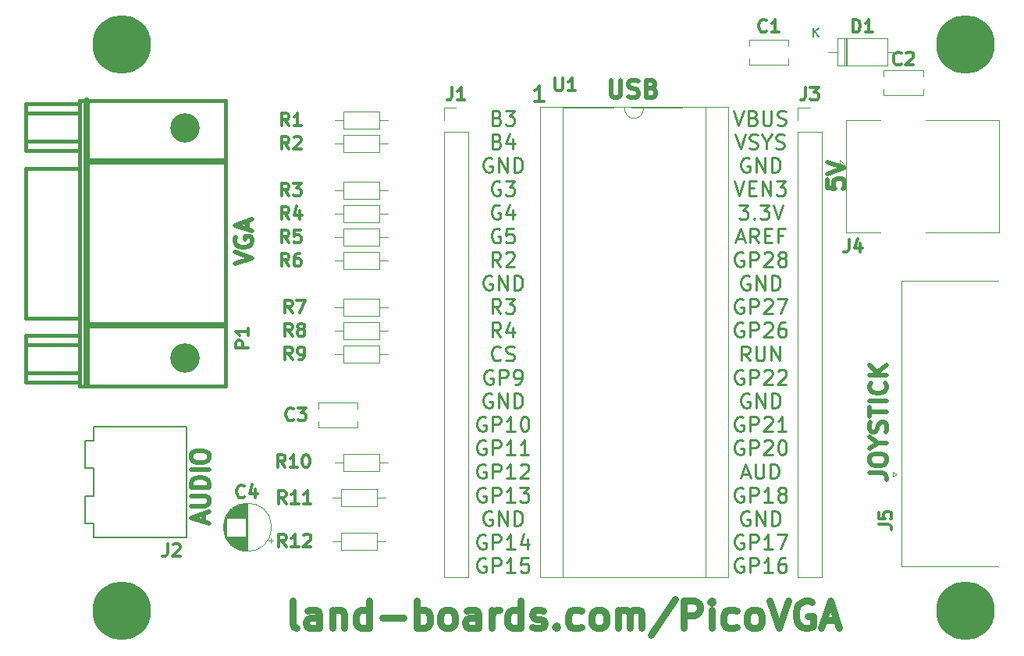
<source format=gto>
G04 #@! TF.GenerationSoftware,KiCad,Pcbnew,(6.0.1)*
G04 #@! TF.CreationDate,2022-07-16T08:59:24-04:00*
G04 #@! TF.ProjectId,PicoVGA,5069636f-5647-4412-9e6b-696361645f70,X1*
G04 #@! TF.SameCoordinates,Original*
G04 #@! TF.FileFunction,Legend,Top*
G04 #@! TF.FilePolarity,Positive*
%FSLAX46Y46*%
G04 Gerber Fmt 4.6, Leading zero omitted, Abs format (unit mm)*
G04 Created by KiCad (PCBNEW (6.0.1)) date 2022-07-16 08:59:24*
%MOMM*%
%LPD*%
G01*
G04 APERTURE LIST*
%ADD10C,0.285750*%
%ADD11C,0.750000*%
%ADD12C,0.349250*%
%ADD13C,0.150000*%
%ADD14C,0.304800*%
%ADD15C,0.476250*%
%ADD16C,0.120000*%
%ADD17C,0.381000*%
%ADD18C,0.650000*%
%ADD19C,6.350000*%
%ADD20C,3.200000*%
G04 APERTURE END LIST*
D10*
X145801583Y-100579842D02*
X146330750Y-102167342D01*
X146859916Y-100579842D01*
X147918250Y-101335795D02*
X148145035Y-101411390D01*
X148220630Y-101486985D01*
X148296226Y-101638176D01*
X148296226Y-101864961D01*
X148220630Y-102016152D01*
X148145035Y-102091747D01*
X147993845Y-102167342D01*
X147389083Y-102167342D01*
X147389083Y-100579842D01*
X147918250Y-100579842D01*
X148069440Y-100655438D01*
X148145035Y-100731033D01*
X148220630Y-100882223D01*
X148220630Y-101033414D01*
X148145035Y-101184604D01*
X148069440Y-101260199D01*
X147918250Y-101335795D01*
X147389083Y-101335795D01*
X148976583Y-100579842D02*
X148976583Y-101864961D01*
X149052178Y-102016152D01*
X149127773Y-102091747D01*
X149278964Y-102167342D01*
X149581345Y-102167342D01*
X149732535Y-102091747D01*
X149808130Y-102016152D01*
X149883726Y-101864961D01*
X149883726Y-100579842D01*
X150564083Y-102091747D02*
X150790869Y-102167342D01*
X151168845Y-102167342D01*
X151320035Y-102091747D01*
X151395630Y-102016152D01*
X151471226Y-101864961D01*
X151471226Y-101713771D01*
X151395630Y-101562580D01*
X151320035Y-101486985D01*
X151168845Y-101411390D01*
X150866464Y-101335795D01*
X150715273Y-101260199D01*
X150639678Y-101184604D01*
X150564083Y-101033414D01*
X150564083Y-100882223D01*
X150639678Y-100731033D01*
X150715273Y-100655438D01*
X150866464Y-100579842D01*
X151244440Y-100579842D01*
X151471226Y-100655438D01*
X145990571Y-103135717D02*
X146519738Y-104723217D01*
X147048904Y-103135717D01*
X147502476Y-104647622D02*
X147729261Y-104723217D01*
X148107238Y-104723217D01*
X148258428Y-104647622D01*
X148334023Y-104572027D01*
X148409619Y-104420836D01*
X148409619Y-104269646D01*
X148334023Y-104118455D01*
X148258428Y-104042860D01*
X148107238Y-103967265D01*
X147804857Y-103891670D01*
X147653666Y-103816074D01*
X147578071Y-103740479D01*
X147502476Y-103589289D01*
X147502476Y-103438098D01*
X147578071Y-103286908D01*
X147653666Y-103211313D01*
X147804857Y-103135717D01*
X148182833Y-103135717D01*
X148409619Y-103211313D01*
X149392357Y-103967265D02*
X149392357Y-104723217D01*
X148863190Y-103135717D02*
X149392357Y-103967265D01*
X149921523Y-103135717D01*
X150375095Y-104647622D02*
X150601880Y-104723217D01*
X150979857Y-104723217D01*
X151131047Y-104647622D01*
X151206642Y-104572027D01*
X151282238Y-104420836D01*
X151282238Y-104269646D01*
X151206642Y-104118455D01*
X151131047Y-104042860D01*
X150979857Y-103967265D01*
X150677476Y-103891670D01*
X150526285Y-103816074D01*
X150450690Y-103740479D01*
X150375095Y-103589289D01*
X150375095Y-103438098D01*
X150450690Y-103286908D01*
X150526285Y-103211313D01*
X150677476Y-103135717D01*
X151055452Y-103135717D01*
X151282238Y-103211313D01*
X147502476Y-105767188D02*
X147351285Y-105691592D01*
X147124500Y-105691592D01*
X146897714Y-105767188D01*
X146746523Y-105918378D01*
X146670928Y-106069568D01*
X146595333Y-106371949D01*
X146595333Y-106598735D01*
X146670928Y-106901116D01*
X146746523Y-107052307D01*
X146897714Y-107203497D01*
X147124500Y-107279092D01*
X147275690Y-107279092D01*
X147502476Y-107203497D01*
X147578071Y-107127902D01*
X147578071Y-106598735D01*
X147275690Y-106598735D01*
X148258428Y-107279092D02*
X148258428Y-105691592D01*
X149165571Y-107279092D01*
X149165571Y-105691592D01*
X149921523Y-107279092D02*
X149921523Y-105691592D01*
X150299500Y-105691592D01*
X150526285Y-105767188D01*
X150677476Y-105918378D01*
X150753071Y-106069568D01*
X150828666Y-106371949D01*
X150828666Y-106598735D01*
X150753071Y-106901116D01*
X150677476Y-107052307D01*
X150526285Y-107203497D01*
X150299500Y-107279092D01*
X149921523Y-107279092D01*
X145877178Y-108247467D02*
X146406345Y-109834967D01*
X146935511Y-108247467D01*
X147464678Y-109003420D02*
X147993845Y-109003420D01*
X148220630Y-109834967D02*
X147464678Y-109834967D01*
X147464678Y-108247467D01*
X148220630Y-108247467D01*
X148900988Y-109834967D02*
X148900988Y-108247467D01*
X149808130Y-109834967D01*
X149808130Y-108247467D01*
X150412892Y-108247467D02*
X151395630Y-108247467D01*
X150866464Y-108852229D01*
X151093250Y-108852229D01*
X151244440Y-108927824D01*
X151320035Y-109003420D01*
X151395630Y-109154610D01*
X151395630Y-109532586D01*
X151320035Y-109683777D01*
X151244440Y-109759372D01*
X151093250Y-109834967D01*
X150639678Y-109834967D01*
X150488488Y-109759372D01*
X150412892Y-109683777D01*
X146368547Y-110803342D02*
X147351285Y-110803342D01*
X146822119Y-111408104D01*
X147048904Y-111408104D01*
X147200095Y-111483699D01*
X147275690Y-111559295D01*
X147351285Y-111710485D01*
X147351285Y-112088461D01*
X147275690Y-112239652D01*
X147200095Y-112315247D01*
X147048904Y-112390842D01*
X146595333Y-112390842D01*
X146444142Y-112315247D01*
X146368547Y-112239652D01*
X148031642Y-112239652D02*
X148107238Y-112315247D01*
X148031642Y-112390842D01*
X147956047Y-112315247D01*
X148031642Y-112239652D01*
X148031642Y-112390842D01*
X148636404Y-110803342D02*
X149619142Y-110803342D01*
X149089976Y-111408104D01*
X149316761Y-111408104D01*
X149467952Y-111483699D01*
X149543547Y-111559295D01*
X149619142Y-111710485D01*
X149619142Y-112088461D01*
X149543547Y-112239652D01*
X149467952Y-112315247D01*
X149316761Y-112390842D01*
X148863190Y-112390842D01*
X148712000Y-112315247D01*
X148636404Y-112239652D01*
X150072714Y-110803342D02*
X150601880Y-112390842D01*
X151131047Y-110803342D01*
X146141761Y-114493146D02*
X146897714Y-114493146D01*
X145990571Y-114946717D02*
X146519738Y-113359217D01*
X147048904Y-114946717D01*
X148485214Y-114946717D02*
X147956047Y-114190765D01*
X147578071Y-114946717D02*
X147578071Y-113359217D01*
X148182833Y-113359217D01*
X148334023Y-113434813D01*
X148409619Y-113510408D01*
X148485214Y-113661598D01*
X148485214Y-113888384D01*
X148409619Y-114039574D01*
X148334023Y-114115170D01*
X148182833Y-114190765D01*
X147578071Y-114190765D01*
X149165571Y-114115170D02*
X149694738Y-114115170D01*
X149921523Y-114946717D02*
X149165571Y-114946717D01*
X149165571Y-113359217D01*
X149921523Y-113359217D01*
X151131047Y-114115170D02*
X150601880Y-114115170D01*
X150601880Y-114946717D02*
X150601880Y-113359217D01*
X151357833Y-113359217D01*
X146822119Y-115990688D02*
X146670928Y-115915092D01*
X146444142Y-115915092D01*
X146217357Y-115990688D01*
X146066166Y-116141878D01*
X145990571Y-116293068D01*
X145914976Y-116595449D01*
X145914976Y-116822235D01*
X145990571Y-117124616D01*
X146066166Y-117275807D01*
X146217357Y-117426997D01*
X146444142Y-117502592D01*
X146595333Y-117502592D01*
X146822119Y-117426997D01*
X146897714Y-117351402D01*
X146897714Y-116822235D01*
X146595333Y-116822235D01*
X147578071Y-117502592D02*
X147578071Y-115915092D01*
X148182833Y-115915092D01*
X148334023Y-115990688D01*
X148409619Y-116066283D01*
X148485214Y-116217473D01*
X148485214Y-116444259D01*
X148409619Y-116595449D01*
X148334023Y-116671045D01*
X148182833Y-116746640D01*
X147578071Y-116746640D01*
X149089976Y-116066283D02*
X149165571Y-115990688D01*
X149316761Y-115915092D01*
X149694738Y-115915092D01*
X149845928Y-115990688D01*
X149921523Y-116066283D01*
X149997119Y-116217473D01*
X149997119Y-116368664D01*
X149921523Y-116595449D01*
X149014380Y-117502592D01*
X149997119Y-117502592D01*
X150904261Y-116595449D02*
X150753071Y-116519854D01*
X150677476Y-116444259D01*
X150601880Y-116293068D01*
X150601880Y-116217473D01*
X150677476Y-116066283D01*
X150753071Y-115990688D01*
X150904261Y-115915092D01*
X151206642Y-115915092D01*
X151357833Y-115990688D01*
X151433428Y-116066283D01*
X151509023Y-116217473D01*
X151509023Y-116293068D01*
X151433428Y-116444259D01*
X151357833Y-116519854D01*
X151206642Y-116595449D01*
X150904261Y-116595449D01*
X150753071Y-116671045D01*
X150677476Y-116746640D01*
X150601880Y-116897830D01*
X150601880Y-117200211D01*
X150677476Y-117351402D01*
X150753071Y-117426997D01*
X150904261Y-117502592D01*
X151206642Y-117502592D01*
X151357833Y-117426997D01*
X151433428Y-117351402D01*
X151509023Y-117200211D01*
X151509023Y-116897830D01*
X151433428Y-116746640D01*
X151357833Y-116671045D01*
X151206642Y-116595449D01*
X147502476Y-118546563D02*
X147351285Y-118470967D01*
X147124500Y-118470967D01*
X146897714Y-118546563D01*
X146746523Y-118697753D01*
X146670928Y-118848943D01*
X146595333Y-119151324D01*
X146595333Y-119378110D01*
X146670928Y-119680491D01*
X146746523Y-119831682D01*
X146897714Y-119982872D01*
X147124500Y-120058467D01*
X147275690Y-120058467D01*
X147502476Y-119982872D01*
X147578071Y-119907277D01*
X147578071Y-119378110D01*
X147275690Y-119378110D01*
X148258428Y-120058467D02*
X148258428Y-118470967D01*
X149165571Y-120058467D01*
X149165571Y-118470967D01*
X149921523Y-120058467D02*
X149921523Y-118470967D01*
X150299500Y-118470967D01*
X150526285Y-118546563D01*
X150677476Y-118697753D01*
X150753071Y-118848943D01*
X150828666Y-119151324D01*
X150828666Y-119378110D01*
X150753071Y-119680491D01*
X150677476Y-119831682D01*
X150526285Y-119982872D01*
X150299500Y-120058467D01*
X149921523Y-120058467D01*
X146822119Y-121102438D02*
X146670928Y-121026842D01*
X146444142Y-121026842D01*
X146217357Y-121102438D01*
X146066166Y-121253628D01*
X145990571Y-121404818D01*
X145914976Y-121707199D01*
X145914976Y-121933985D01*
X145990571Y-122236366D01*
X146066166Y-122387557D01*
X146217357Y-122538747D01*
X146444142Y-122614342D01*
X146595333Y-122614342D01*
X146822119Y-122538747D01*
X146897714Y-122463152D01*
X146897714Y-121933985D01*
X146595333Y-121933985D01*
X147578071Y-122614342D02*
X147578071Y-121026842D01*
X148182833Y-121026842D01*
X148334023Y-121102438D01*
X148409619Y-121178033D01*
X148485214Y-121329223D01*
X148485214Y-121556009D01*
X148409619Y-121707199D01*
X148334023Y-121782795D01*
X148182833Y-121858390D01*
X147578071Y-121858390D01*
X149089976Y-121178033D02*
X149165571Y-121102438D01*
X149316761Y-121026842D01*
X149694738Y-121026842D01*
X149845928Y-121102438D01*
X149921523Y-121178033D01*
X149997119Y-121329223D01*
X149997119Y-121480414D01*
X149921523Y-121707199D01*
X149014380Y-122614342D01*
X149997119Y-122614342D01*
X150526285Y-121026842D02*
X151584619Y-121026842D01*
X150904261Y-122614342D01*
X146822119Y-123658313D02*
X146670928Y-123582717D01*
X146444142Y-123582717D01*
X146217357Y-123658313D01*
X146066166Y-123809503D01*
X145990571Y-123960693D01*
X145914976Y-124263074D01*
X145914976Y-124489860D01*
X145990571Y-124792241D01*
X146066166Y-124943432D01*
X146217357Y-125094622D01*
X146444142Y-125170217D01*
X146595333Y-125170217D01*
X146822119Y-125094622D01*
X146897714Y-125019027D01*
X146897714Y-124489860D01*
X146595333Y-124489860D01*
X147578071Y-125170217D02*
X147578071Y-123582717D01*
X148182833Y-123582717D01*
X148334023Y-123658313D01*
X148409619Y-123733908D01*
X148485214Y-123885098D01*
X148485214Y-124111884D01*
X148409619Y-124263074D01*
X148334023Y-124338670D01*
X148182833Y-124414265D01*
X147578071Y-124414265D01*
X149089976Y-123733908D02*
X149165571Y-123658313D01*
X149316761Y-123582717D01*
X149694738Y-123582717D01*
X149845928Y-123658313D01*
X149921523Y-123733908D01*
X149997119Y-123885098D01*
X149997119Y-124036289D01*
X149921523Y-124263074D01*
X149014380Y-125170217D01*
X149997119Y-125170217D01*
X151357833Y-123582717D02*
X151055452Y-123582717D01*
X150904261Y-123658313D01*
X150828666Y-123733908D01*
X150677476Y-123960693D01*
X150601880Y-124263074D01*
X150601880Y-124867836D01*
X150677476Y-125019027D01*
X150753071Y-125094622D01*
X150904261Y-125170217D01*
X151206642Y-125170217D01*
X151357833Y-125094622D01*
X151433428Y-125019027D01*
X151509023Y-124867836D01*
X151509023Y-124489860D01*
X151433428Y-124338670D01*
X151357833Y-124263074D01*
X151206642Y-124187479D01*
X150904261Y-124187479D01*
X150753071Y-124263074D01*
X150677476Y-124338670D01*
X150601880Y-124489860D01*
X147540273Y-127726092D02*
X147011107Y-126970140D01*
X146633130Y-127726092D02*
X146633130Y-126138592D01*
X147237892Y-126138592D01*
X147389083Y-126214188D01*
X147464678Y-126289783D01*
X147540273Y-126440973D01*
X147540273Y-126667759D01*
X147464678Y-126818949D01*
X147389083Y-126894545D01*
X147237892Y-126970140D01*
X146633130Y-126970140D01*
X148220630Y-126138592D02*
X148220630Y-127423711D01*
X148296226Y-127574902D01*
X148371821Y-127650497D01*
X148523011Y-127726092D01*
X148825392Y-127726092D01*
X148976583Y-127650497D01*
X149052178Y-127574902D01*
X149127773Y-127423711D01*
X149127773Y-126138592D01*
X149883726Y-127726092D02*
X149883726Y-126138592D01*
X150790869Y-127726092D01*
X150790869Y-126138592D01*
X146822119Y-128770063D02*
X146670928Y-128694467D01*
X146444142Y-128694467D01*
X146217357Y-128770063D01*
X146066166Y-128921253D01*
X145990571Y-129072443D01*
X145914976Y-129374824D01*
X145914976Y-129601610D01*
X145990571Y-129903991D01*
X146066166Y-130055182D01*
X146217357Y-130206372D01*
X146444142Y-130281967D01*
X146595333Y-130281967D01*
X146822119Y-130206372D01*
X146897714Y-130130777D01*
X146897714Y-129601610D01*
X146595333Y-129601610D01*
X147578071Y-130281967D02*
X147578071Y-128694467D01*
X148182833Y-128694467D01*
X148334023Y-128770063D01*
X148409619Y-128845658D01*
X148485214Y-128996848D01*
X148485214Y-129223634D01*
X148409619Y-129374824D01*
X148334023Y-129450420D01*
X148182833Y-129526015D01*
X147578071Y-129526015D01*
X149089976Y-128845658D02*
X149165571Y-128770063D01*
X149316761Y-128694467D01*
X149694738Y-128694467D01*
X149845928Y-128770063D01*
X149921523Y-128845658D01*
X149997119Y-128996848D01*
X149997119Y-129148039D01*
X149921523Y-129374824D01*
X149014380Y-130281967D01*
X149997119Y-130281967D01*
X150601880Y-128845658D02*
X150677476Y-128770063D01*
X150828666Y-128694467D01*
X151206642Y-128694467D01*
X151357833Y-128770063D01*
X151433428Y-128845658D01*
X151509023Y-128996848D01*
X151509023Y-129148039D01*
X151433428Y-129374824D01*
X150526285Y-130281967D01*
X151509023Y-130281967D01*
X147502476Y-131325938D02*
X147351285Y-131250342D01*
X147124500Y-131250342D01*
X146897714Y-131325938D01*
X146746523Y-131477128D01*
X146670928Y-131628318D01*
X146595333Y-131930699D01*
X146595333Y-132157485D01*
X146670928Y-132459866D01*
X146746523Y-132611057D01*
X146897714Y-132762247D01*
X147124500Y-132837842D01*
X147275690Y-132837842D01*
X147502476Y-132762247D01*
X147578071Y-132686652D01*
X147578071Y-132157485D01*
X147275690Y-132157485D01*
X148258428Y-132837842D02*
X148258428Y-131250342D01*
X149165571Y-132837842D01*
X149165571Y-131250342D01*
X149921523Y-132837842D02*
X149921523Y-131250342D01*
X150299500Y-131250342D01*
X150526285Y-131325938D01*
X150677476Y-131477128D01*
X150753071Y-131628318D01*
X150828666Y-131930699D01*
X150828666Y-132157485D01*
X150753071Y-132459866D01*
X150677476Y-132611057D01*
X150526285Y-132762247D01*
X150299500Y-132837842D01*
X149921523Y-132837842D01*
X146822119Y-133881813D02*
X146670928Y-133806217D01*
X146444142Y-133806217D01*
X146217357Y-133881813D01*
X146066166Y-134033003D01*
X145990571Y-134184193D01*
X145914976Y-134486574D01*
X145914976Y-134713360D01*
X145990571Y-135015741D01*
X146066166Y-135166932D01*
X146217357Y-135318122D01*
X146444142Y-135393717D01*
X146595333Y-135393717D01*
X146822119Y-135318122D01*
X146897714Y-135242527D01*
X146897714Y-134713360D01*
X146595333Y-134713360D01*
X147578071Y-135393717D02*
X147578071Y-133806217D01*
X148182833Y-133806217D01*
X148334023Y-133881813D01*
X148409619Y-133957408D01*
X148485214Y-134108598D01*
X148485214Y-134335384D01*
X148409619Y-134486574D01*
X148334023Y-134562170D01*
X148182833Y-134637765D01*
X147578071Y-134637765D01*
X149089976Y-133957408D02*
X149165571Y-133881813D01*
X149316761Y-133806217D01*
X149694738Y-133806217D01*
X149845928Y-133881813D01*
X149921523Y-133957408D01*
X149997119Y-134108598D01*
X149997119Y-134259789D01*
X149921523Y-134486574D01*
X149014380Y-135393717D01*
X149997119Y-135393717D01*
X151509023Y-135393717D02*
X150601880Y-135393717D01*
X151055452Y-135393717D02*
X151055452Y-133806217D01*
X150904261Y-134033003D01*
X150753071Y-134184193D01*
X150601880Y-134259789D01*
X146822119Y-136437688D02*
X146670928Y-136362092D01*
X146444142Y-136362092D01*
X146217357Y-136437688D01*
X146066166Y-136588878D01*
X145990571Y-136740068D01*
X145914976Y-137042449D01*
X145914976Y-137269235D01*
X145990571Y-137571616D01*
X146066166Y-137722807D01*
X146217357Y-137873997D01*
X146444142Y-137949592D01*
X146595333Y-137949592D01*
X146822119Y-137873997D01*
X146897714Y-137798402D01*
X146897714Y-137269235D01*
X146595333Y-137269235D01*
X147578071Y-137949592D02*
X147578071Y-136362092D01*
X148182833Y-136362092D01*
X148334023Y-136437688D01*
X148409619Y-136513283D01*
X148485214Y-136664473D01*
X148485214Y-136891259D01*
X148409619Y-137042449D01*
X148334023Y-137118045D01*
X148182833Y-137193640D01*
X147578071Y-137193640D01*
X149089976Y-136513283D02*
X149165571Y-136437688D01*
X149316761Y-136362092D01*
X149694738Y-136362092D01*
X149845928Y-136437688D01*
X149921523Y-136513283D01*
X149997119Y-136664473D01*
X149997119Y-136815664D01*
X149921523Y-137042449D01*
X149014380Y-137949592D01*
X149997119Y-137949592D01*
X150979857Y-136362092D02*
X151131047Y-136362092D01*
X151282238Y-136437688D01*
X151357833Y-136513283D01*
X151433428Y-136664473D01*
X151509023Y-136966854D01*
X151509023Y-137344830D01*
X151433428Y-137647211D01*
X151357833Y-137798402D01*
X151282238Y-137873997D01*
X151131047Y-137949592D01*
X150979857Y-137949592D01*
X150828666Y-137873997D01*
X150753071Y-137798402D01*
X150677476Y-137647211D01*
X150601880Y-137344830D01*
X150601880Y-136966854D01*
X150677476Y-136664473D01*
X150753071Y-136513283D01*
X150828666Y-136437688D01*
X150979857Y-136362092D01*
X146708726Y-140051896D02*
X147464678Y-140051896D01*
X146557535Y-140505467D02*
X147086702Y-138917967D01*
X147615869Y-140505467D01*
X148145035Y-138917967D02*
X148145035Y-140203086D01*
X148220630Y-140354277D01*
X148296226Y-140429872D01*
X148447416Y-140505467D01*
X148749797Y-140505467D01*
X148900988Y-140429872D01*
X148976583Y-140354277D01*
X149052178Y-140203086D01*
X149052178Y-138917967D01*
X149808130Y-140505467D02*
X149808130Y-138917967D01*
X150186107Y-138917967D01*
X150412892Y-138993563D01*
X150564083Y-139144753D01*
X150639678Y-139295943D01*
X150715273Y-139598324D01*
X150715273Y-139825110D01*
X150639678Y-140127491D01*
X150564083Y-140278682D01*
X150412892Y-140429872D01*
X150186107Y-140505467D01*
X149808130Y-140505467D01*
X146822119Y-141549438D02*
X146670928Y-141473842D01*
X146444142Y-141473842D01*
X146217357Y-141549438D01*
X146066166Y-141700628D01*
X145990571Y-141851818D01*
X145914976Y-142154199D01*
X145914976Y-142380985D01*
X145990571Y-142683366D01*
X146066166Y-142834557D01*
X146217357Y-142985747D01*
X146444142Y-143061342D01*
X146595333Y-143061342D01*
X146822119Y-142985747D01*
X146897714Y-142910152D01*
X146897714Y-142380985D01*
X146595333Y-142380985D01*
X147578071Y-143061342D02*
X147578071Y-141473842D01*
X148182833Y-141473842D01*
X148334023Y-141549438D01*
X148409619Y-141625033D01*
X148485214Y-141776223D01*
X148485214Y-142003009D01*
X148409619Y-142154199D01*
X148334023Y-142229795D01*
X148182833Y-142305390D01*
X147578071Y-142305390D01*
X149997119Y-143061342D02*
X149089976Y-143061342D01*
X149543547Y-143061342D02*
X149543547Y-141473842D01*
X149392357Y-141700628D01*
X149241166Y-141851818D01*
X149089976Y-141927414D01*
X150904261Y-142154199D02*
X150753071Y-142078604D01*
X150677476Y-142003009D01*
X150601880Y-141851818D01*
X150601880Y-141776223D01*
X150677476Y-141625033D01*
X150753071Y-141549438D01*
X150904261Y-141473842D01*
X151206642Y-141473842D01*
X151357833Y-141549438D01*
X151433428Y-141625033D01*
X151509023Y-141776223D01*
X151509023Y-141851818D01*
X151433428Y-142003009D01*
X151357833Y-142078604D01*
X151206642Y-142154199D01*
X150904261Y-142154199D01*
X150753071Y-142229795D01*
X150677476Y-142305390D01*
X150601880Y-142456580D01*
X150601880Y-142758961D01*
X150677476Y-142910152D01*
X150753071Y-142985747D01*
X150904261Y-143061342D01*
X151206642Y-143061342D01*
X151357833Y-142985747D01*
X151433428Y-142910152D01*
X151509023Y-142758961D01*
X151509023Y-142456580D01*
X151433428Y-142305390D01*
X151357833Y-142229795D01*
X151206642Y-142154199D01*
X147502476Y-144105313D02*
X147351285Y-144029717D01*
X147124500Y-144029717D01*
X146897714Y-144105313D01*
X146746523Y-144256503D01*
X146670928Y-144407693D01*
X146595333Y-144710074D01*
X146595333Y-144936860D01*
X146670928Y-145239241D01*
X146746523Y-145390432D01*
X146897714Y-145541622D01*
X147124500Y-145617217D01*
X147275690Y-145617217D01*
X147502476Y-145541622D01*
X147578071Y-145466027D01*
X147578071Y-144936860D01*
X147275690Y-144936860D01*
X148258428Y-145617217D02*
X148258428Y-144029717D01*
X149165571Y-145617217D01*
X149165571Y-144029717D01*
X149921523Y-145617217D02*
X149921523Y-144029717D01*
X150299500Y-144029717D01*
X150526285Y-144105313D01*
X150677476Y-144256503D01*
X150753071Y-144407693D01*
X150828666Y-144710074D01*
X150828666Y-144936860D01*
X150753071Y-145239241D01*
X150677476Y-145390432D01*
X150526285Y-145541622D01*
X150299500Y-145617217D01*
X149921523Y-145617217D01*
X146822119Y-146661188D02*
X146670928Y-146585592D01*
X146444142Y-146585592D01*
X146217357Y-146661188D01*
X146066166Y-146812378D01*
X145990571Y-146963568D01*
X145914976Y-147265949D01*
X145914976Y-147492735D01*
X145990571Y-147795116D01*
X146066166Y-147946307D01*
X146217357Y-148097497D01*
X146444142Y-148173092D01*
X146595333Y-148173092D01*
X146822119Y-148097497D01*
X146897714Y-148021902D01*
X146897714Y-147492735D01*
X146595333Y-147492735D01*
X147578071Y-148173092D02*
X147578071Y-146585592D01*
X148182833Y-146585592D01*
X148334023Y-146661188D01*
X148409619Y-146736783D01*
X148485214Y-146887973D01*
X148485214Y-147114759D01*
X148409619Y-147265949D01*
X148334023Y-147341545D01*
X148182833Y-147417140D01*
X147578071Y-147417140D01*
X149997119Y-148173092D02*
X149089976Y-148173092D01*
X149543547Y-148173092D02*
X149543547Y-146585592D01*
X149392357Y-146812378D01*
X149241166Y-146963568D01*
X149089976Y-147039164D01*
X150526285Y-146585592D02*
X151584619Y-146585592D01*
X150904261Y-148173092D01*
X146822119Y-149217063D02*
X146670928Y-149141467D01*
X146444142Y-149141467D01*
X146217357Y-149217063D01*
X146066166Y-149368253D01*
X145990571Y-149519443D01*
X145914976Y-149821824D01*
X145914976Y-150048610D01*
X145990571Y-150350991D01*
X146066166Y-150502182D01*
X146217357Y-150653372D01*
X146444142Y-150728967D01*
X146595333Y-150728967D01*
X146822119Y-150653372D01*
X146897714Y-150577777D01*
X146897714Y-150048610D01*
X146595333Y-150048610D01*
X147578071Y-150728967D02*
X147578071Y-149141467D01*
X148182833Y-149141467D01*
X148334023Y-149217063D01*
X148409619Y-149292658D01*
X148485214Y-149443848D01*
X148485214Y-149670634D01*
X148409619Y-149821824D01*
X148334023Y-149897420D01*
X148182833Y-149973015D01*
X147578071Y-149973015D01*
X149997119Y-150728967D02*
X149089976Y-150728967D01*
X149543547Y-150728967D02*
X149543547Y-149141467D01*
X149392357Y-149368253D01*
X149241166Y-149519443D01*
X149089976Y-149595039D01*
X151357833Y-149141467D02*
X151055452Y-149141467D01*
X150904261Y-149217063D01*
X150828666Y-149292658D01*
X150677476Y-149519443D01*
X150601880Y-149821824D01*
X150601880Y-150426586D01*
X150677476Y-150577777D01*
X150753071Y-150653372D01*
X150904261Y-150728967D01*
X151206642Y-150728967D01*
X151357833Y-150653372D01*
X151433428Y-150577777D01*
X151509023Y-150426586D01*
X151509023Y-150048610D01*
X151433428Y-149897420D01*
X151357833Y-149821824D01*
X151206642Y-149746229D01*
X150904261Y-149746229D01*
X150753071Y-149821824D01*
X150677476Y-149897420D01*
X150601880Y-150048610D01*
X120129440Y-101335795D02*
X120356226Y-101411390D01*
X120431821Y-101486985D01*
X120507416Y-101638176D01*
X120507416Y-101864961D01*
X120431821Y-102016152D01*
X120356226Y-102091747D01*
X120205035Y-102167342D01*
X119600273Y-102167342D01*
X119600273Y-100579842D01*
X120129440Y-100579842D01*
X120280630Y-100655438D01*
X120356226Y-100731033D01*
X120431821Y-100882223D01*
X120431821Y-101033414D01*
X120356226Y-101184604D01*
X120280630Y-101260199D01*
X120129440Y-101335795D01*
X119600273Y-101335795D01*
X121036583Y-100579842D02*
X122019321Y-100579842D01*
X121490154Y-101184604D01*
X121716940Y-101184604D01*
X121868130Y-101260199D01*
X121943726Y-101335795D01*
X122019321Y-101486985D01*
X122019321Y-101864961D01*
X121943726Y-102016152D01*
X121868130Y-102091747D01*
X121716940Y-102167342D01*
X121263369Y-102167342D01*
X121112178Y-102091747D01*
X121036583Y-102016152D01*
X120129440Y-103891670D02*
X120356226Y-103967265D01*
X120431821Y-104042860D01*
X120507416Y-104194051D01*
X120507416Y-104420836D01*
X120431821Y-104572027D01*
X120356226Y-104647622D01*
X120205035Y-104723217D01*
X119600273Y-104723217D01*
X119600273Y-103135717D01*
X120129440Y-103135717D01*
X120280630Y-103211313D01*
X120356226Y-103286908D01*
X120431821Y-103438098D01*
X120431821Y-103589289D01*
X120356226Y-103740479D01*
X120280630Y-103816074D01*
X120129440Y-103891670D01*
X119600273Y-103891670D01*
X121868130Y-103664884D02*
X121868130Y-104723217D01*
X121490154Y-103060122D02*
X121112178Y-104194051D01*
X122094916Y-104194051D01*
X119562476Y-105767188D02*
X119411285Y-105691592D01*
X119184500Y-105691592D01*
X118957714Y-105767188D01*
X118806523Y-105918378D01*
X118730928Y-106069568D01*
X118655333Y-106371949D01*
X118655333Y-106598735D01*
X118730928Y-106901116D01*
X118806523Y-107052307D01*
X118957714Y-107203497D01*
X119184500Y-107279092D01*
X119335690Y-107279092D01*
X119562476Y-107203497D01*
X119638071Y-107127902D01*
X119638071Y-106598735D01*
X119335690Y-106598735D01*
X120318428Y-107279092D02*
X120318428Y-105691592D01*
X121225571Y-107279092D01*
X121225571Y-105691592D01*
X121981523Y-107279092D02*
X121981523Y-105691592D01*
X122359500Y-105691592D01*
X122586285Y-105767188D01*
X122737476Y-105918378D01*
X122813071Y-106069568D01*
X122888666Y-106371949D01*
X122888666Y-106598735D01*
X122813071Y-106901116D01*
X122737476Y-107052307D01*
X122586285Y-107203497D01*
X122359500Y-107279092D01*
X121981523Y-107279092D01*
X120431821Y-108323063D02*
X120280630Y-108247467D01*
X120053845Y-108247467D01*
X119827059Y-108323063D01*
X119675869Y-108474253D01*
X119600273Y-108625443D01*
X119524678Y-108927824D01*
X119524678Y-109154610D01*
X119600273Y-109456991D01*
X119675869Y-109608182D01*
X119827059Y-109759372D01*
X120053845Y-109834967D01*
X120205035Y-109834967D01*
X120431821Y-109759372D01*
X120507416Y-109683777D01*
X120507416Y-109154610D01*
X120205035Y-109154610D01*
X121036583Y-108247467D02*
X122019321Y-108247467D01*
X121490154Y-108852229D01*
X121716940Y-108852229D01*
X121868130Y-108927824D01*
X121943726Y-109003420D01*
X122019321Y-109154610D01*
X122019321Y-109532586D01*
X121943726Y-109683777D01*
X121868130Y-109759372D01*
X121716940Y-109834967D01*
X121263369Y-109834967D01*
X121112178Y-109759372D01*
X121036583Y-109683777D01*
X120431821Y-110878938D02*
X120280630Y-110803342D01*
X120053845Y-110803342D01*
X119827059Y-110878938D01*
X119675869Y-111030128D01*
X119600273Y-111181318D01*
X119524678Y-111483699D01*
X119524678Y-111710485D01*
X119600273Y-112012866D01*
X119675869Y-112164057D01*
X119827059Y-112315247D01*
X120053845Y-112390842D01*
X120205035Y-112390842D01*
X120431821Y-112315247D01*
X120507416Y-112239652D01*
X120507416Y-111710485D01*
X120205035Y-111710485D01*
X121868130Y-111332509D02*
X121868130Y-112390842D01*
X121490154Y-110727747D02*
X121112178Y-111861676D01*
X122094916Y-111861676D01*
X120431821Y-113434813D02*
X120280630Y-113359217D01*
X120053845Y-113359217D01*
X119827059Y-113434813D01*
X119675869Y-113586003D01*
X119600273Y-113737193D01*
X119524678Y-114039574D01*
X119524678Y-114266360D01*
X119600273Y-114568741D01*
X119675869Y-114719932D01*
X119827059Y-114871122D01*
X120053845Y-114946717D01*
X120205035Y-114946717D01*
X120431821Y-114871122D01*
X120507416Y-114795527D01*
X120507416Y-114266360D01*
X120205035Y-114266360D01*
X121943726Y-113359217D02*
X121187773Y-113359217D01*
X121112178Y-114115170D01*
X121187773Y-114039574D01*
X121338964Y-113963979D01*
X121716940Y-113963979D01*
X121868130Y-114039574D01*
X121943726Y-114115170D01*
X122019321Y-114266360D01*
X122019321Y-114644336D01*
X121943726Y-114795527D01*
X121868130Y-114871122D01*
X121716940Y-114946717D01*
X121338964Y-114946717D01*
X121187773Y-114871122D01*
X121112178Y-114795527D01*
X120507416Y-117502592D02*
X119978250Y-116746640D01*
X119600273Y-117502592D02*
X119600273Y-115915092D01*
X120205035Y-115915092D01*
X120356226Y-115990688D01*
X120431821Y-116066283D01*
X120507416Y-116217473D01*
X120507416Y-116444259D01*
X120431821Y-116595449D01*
X120356226Y-116671045D01*
X120205035Y-116746640D01*
X119600273Y-116746640D01*
X121112178Y-116066283D02*
X121187773Y-115990688D01*
X121338964Y-115915092D01*
X121716940Y-115915092D01*
X121868130Y-115990688D01*
X121943726Y-116066283D01*
X122019321Y-116217473D01*
X122019321Y-116368664D01*
X121943726Y-116595449D01*
X121036583Y-117502592D01*
X122019321Y-117502592D01*
X119562476Y-118546563D02*
X119411285Y-118470967D01*
X119184500Y-118470967D01*
X118957714Y-118546563D01*
X118806523Y-118697753D01*
X118730928Y-118848943D01*
X118655333Y-119151324D01*
X118655333Y-119378110D01*
X118730928Y-119680491D01*
X118806523Y-119831682D01*
X118957714Y-119982872D01*
X119184500Y-120058467D01*
X119335690Y-120058467D01*
X119562476Y-119982872D01*
X119638071Y-119907277D01*
X119638071Y-119378110D01*
X119335690Y-119378110D01*
X120318428Y-120058467D02*
X120318428Y-118470967D01*
X121225571Y-120058467D01*
X121225571Y-118470967D01*
X121981523Y-120058467D02*
X121981523Y-118470967D01*
X122359500Y-118470967D01*
X122586285Y-118546563D01*
X122737476Y-118697753D01*
X122813071Y-118848943D01*
X122888666Y-119151324D01*
X122888666Y-119378110D01*
X122813071Y-119680491D01*
X122737476Y-119831682D01*
X122586285Y-119982872D01*
X122359500Y-120058467D01*
X121981523Y-120058467D01*
X120507416Y-122614342D02*
X119978250Y-121858390D01*
X119600273Y-122614342D02*
X119600273Y-121026842D01*
X120205035Y-121026842D01*
X120356226Y-121102438D01*
X120431821Y-121178033D01*
X120507416Y-121329223D01*
X120507416Y-121556009D01*
X120431821Y-121707199D01*
X120356226Y-121782795D01*
X120205035Y-121858390D01*
X119600273Y-121858390D01*
X121036583Y-121026842D02*
X122019321Y-121026842D01*
X121490154Y-121631604D01*
X121716940Y-121631604D01*
X121868130Y-121707199D01*
X121943726Y-121782795D01*
X122019321Y-121933985D01*
X122019321Y-122311961D01*
X121943726Y-122463152D01*
X121868130Y-122538747D01*
X121716940Y-122614342D01*
X121263369Y-122614342D01*
X121112178Y-122538747D01*
X121036583Y-122463152D01*
X120507416Y-125170217D02*
X119978250Y-124414265D01*
X119600273Y-125170217D02*
X119600273Y-123582717D01*
X120205035Y-123582717D01*
X120356226Y-123658313D01*
X120431821Y-123733908D01*
X120507416Y-123885098D01*
X120507416Y-124111884D01*
X120431821Y-124263074D01*
X120356226Y-124338670D01*
X120205035Y-124414265D01*
X119600273Y-124414265D01*
X121868130Y-124111884D02*
X121868130Y-125170217D01*
X121490154Y-123507122D02*
X121112178Y-124641051D01*
X122094916Y-124641051D01*
X120507416Y-127574902D02*
X120431821Y-127650497D01*
X120205035Y-127726092D01*
X120053845Y-127726092D01*
X119827059Y-127650497D01*
X119675869Y-127499307D01*
X119600273Y-127348116D01*
X119524678Y-127045735D01*
X119524678Y-126818949D01*
X119600273Y-126516568D01*
X119675869Y-126365378D01*
X119827059Y-126214188D01*
X120053845Y-126138592D01*
X120205035Y-126138592D01*
X120431821Y-126214188D01*
X120507416Y-126289783D01*
X121112178Y-127650497D02*
X121338964Y-127726092D01*
X121716940Y-127726092D01*
X121868130Y-127650497D01*
X121943726Y-127574902D01*
X122019321Y-127423711D01*
X122019321Y-127272521D01*
X121943726Y-127121330D01*
X121868130Y-127045735D01*
X121716940Y-126970140D01*
X121414559Y-126894545D01*
X121263369Y-126818949D01*
X121187773Y-126743354D01*
X121112178Y-126592164D01*
X121112178Y-126440973D01*
X121187773Y-126289783D01*
X121263369Y-126214188D01*
X121414559Y-126138592D01*
X121792535Y-126138592D01*
X122019321Y-126214188D01*
X119638071Y-128770063D02*
X119486880Y-128694467D01*
X119260095Y-128694467D01*
X119033309Y-128770063D01*
X118882119Y-128921253D01*
X118806523Y-129072443D01*
X118730928Y-129374824D01*
X118730928Y-129601610D01*
X118806523Y-129903991D01*
X118882119Y-130055182D01*
X119033309Y-130206372D01*
X119260095Y-130281967D01*
X119411285Y-130281967D01*
X119638071Y-130206372D01*
X119713666Y-130130777D01*
X119713666Y-129601610D01*
X119411285Y-129601610D01*
X120394023Y-130281967D02*
X120394023Y-128694467D01*
X120998785Y-128694467D01*
X121149976Y-128770063D01*
X121225571Y-128845658D01*
X121301166Y-128996848D01*
X121301166Y-129223634D01*
X121225571Y-129374824D01*
X121149976Y-129450420D01*
X120998785Y-129526015D01*
X120394023Y-129526015D01*
X122057119Y-130281967D02*
X122359500Y-130281967D01*
X122510690Y-130206372D01*
X122586285Y-130130777D01*
X122737476Y-129903991D01*
X122813071Y-129601610D01*
X122813071Y-128996848D01*
X122737476Y-128845658D01*
X122661880Y-128770063D01*
X122510690Y-128694467D01*
X122208309Y-128694467D01*
X122057119Y-128770063D01*
X121981523Y-128845658D01*
X121905928Y-128996848D01*
X121905928Y-129374824D01*
X121981523Y-129526015D01*
X122057119Y-129601610D01*
X122208309Y-129677205D01*
X122510690Y-129677205D01*
X122661880Y-129601610D01*
X122737476Y-129526015D01*
X122813071Y-129374824D01*
X119562476Y-131325938D02*
X119411285Y-131250342D01*
X119184500Y-131250342D01*
X118957714Y-131325938D01*
X118806523Y-131477128D01*
X118730928Y-131628318D01*
X118655333Y-131930699D01*
X118655333Y-132157485D01*
X118730928Y-132459866D01*
X118806523Y-132611057D01*
X118957714Y-132762247D01*
X119184500Y-132837842D01*
X119335690Y-132837842D01*
X119562476Y-132762247D01*
X119638071Y-132686652D01*
X119638071Y-132157485D01*
X119335690Y-132157485D01*
X120318428Y-132837842D02*
X120318428Y-131250342D01*
X121225571Y-132837842D01*
X121225571Y-131250342D01*
X121981523Y-132837842D02*
X121981523Y-131250342D01*
X122359500Y-131250342D01*
X122586285Y-131325938D01*
X122737476Y-131477128D01*
X122813071Y-131628318D01*
X122888666Y-131930699D01*
X122888666Y-132157485D01*
X122813071Y-132459866D01*
X122737476Y-132611057D01*
X122586285Y-132762247D01*
X122359500Y-132837842D01*
X121981523Y-132837842D01*
X118882119Y-133881813D02*
X118730928Y-133806217D01*
X118504142Y-133806217D01*
X118277357Y-133881813D01*
X118126166Y-134033003D01*
X118050571Y-134184193D01*
X117974976Y-134486574D01*
X117974976Y-134713360D01*
X118050571Y-135015741D01*
X118126166Y-135166932D01*
X118277357Y-135318122D01*
X118504142Y-135393717D01*
X118655333Y-135393717D01*
X118882119Y-135318122D01*
X118957714Y-135242527D01*
X118957714Y-134713360D01*
X118655333Y-134713360D01*
X119638071Y-135393717D02*
X119638071Y-133806217D01*
X120242833Y-133806217D01*
X120394023Y-133881813D01*
X120469619Y-133957408D01*
X120545214Y-134108598D01*
X120545214Y-134335384D01*
X120469619Y-134486574D01*
X120394023Y-134562170D01*
X120242833Y-134637765D01*
X119638071Y-134637765D01*
X122057119Y-135393717D02*
X121149976Y-135393717D01*
X121603547Y-135393717D02*
X121603547Y-133806217D01*
X121452357Y-134033003D01*
X121301166Y-134184193D01*
X121149976Y-134259789D01*
X123039857Y-133806217D02*
X123191047Y-133806217D01*
X123342238Y-133881813D01*
X123417833Y-133957408D01*
X123493428Y-134108598D01*
X123569023Y-134410979D01*
X123569023Y-134788955D01*
X123493428Y-135091336D01*
X123417833Y-135242527D01*
X123342238Y-135318122D01*
X123191047Y-135393717D01*
X123039857Y-135393717D01*
X122888666Y-135318122D01*
X122813071Y-135242527D01*
X122737476Y-135091336D01*
X122661880Y-134788955D01*
X122661880Y-134410979D01*
X122737476Y-134108598D01*
X122813071Y-133957408D01*
X122888666Y-133881813D01*
X123039857Y-133806217D01*
X118882119Y-136437688D02*
X118730928Y-136362092D01*
X118504142Y-136362092D01*
X118277357Y-136437688D01*
X118126166Y-136588878D01*
X118050571Y-136740068D01*
X117974976Y-137042449D01*
X117974976Y-137269235D01*
X118050571Y-137571616D01*
X118126166Y-137722807D01*
X118277357Y-137873997D01*
X118504142Y-137949592D01*
X118655333Y-137949592D01*
X118882119Y-137873997D01*
X118957714Y-137798402D01*
X118957714Y-137269235D01*
X118655333Y-137269235D01*
X119638071Y-137949592D02*
X119638071Y-136362092D01*
X120242833Y-136362092D01*
X120394023Y-136437688D01*
X120469619Y-136513283D01*
X120545214Y-136664473D01*
X120545214Y-136891259D01*
X120469619Y-137042449D01*
X120394023Y-137118045D01*
X120242833Y-137193640D01*
X119638071Y-137193640D01*
X122057119Y-137949592D02*
X121149976Y-137949592D01*
X121603547Y-137949592D02*
X121603547Y-136362092D01*
X121452357Y-136588878D01*
X121301166Y-136740068D01*
X121149976Y-136815664D01*
X123569023Y-137949592D02*
X122661880Y-137949592D01*
X123115452Y-137949592D02*
X123115452Y-136362092D01*
X122964261Y-136588878D01*
X122813071Y-136740068D01*
X122661880Y-136815664D01*
X118882119Y-138993563D02*
X118730928Y-138917967D01*
X118504142Y-138917967D01*
X118277357Y-138993563D01*
X118126166Y-139144753D01*
X118050571Y-139295943D01*
X117974976Y-139598324D01*
X117974976Y-139825110D01*
X118050571Y-140127491D01*
X118126166Y-140278682D01*
X118277357Y-140429872D01*
X118504142Y-140505467D01*
X118655333Y-140505467D01*
X118882119Y-140429872D01*
X118957714Y-140354277D01*
X118957714Y-139825110D01*
X118655333Y-139825110D01*
X119638071Y-140505467D02*
X119638071Y-138917967D01*
X120242833Y-138917967D01*
X120394023Y-138993563D01*
X120469619Y-139069158D01*
X120545214Y-139220348D01*
X120545214Y-139447134D01*
X120469619Y-139598324D01*
X120394023Y-139673920D01*
X120242833Y-139749515D01*
X119638071Y-139749515D01*
X122057119Y-140505467D02*
X121149976Y-140505467D01*
X121603547Y-140505467D02*
X121603547Y-138917967D01*
X121452357Y-139144753D01*
X121301166Y-139295943D01*
X121149976Y-139371539D01*
X122661880Y-139069158D02*
X122737476Y-138993563D01*
X122888666Y-138917967D01*
X123266642Y-138917967D01*
X123417833Y-138993563D01*
X123493428Y-139069158D01*
X123569023Y-139220348D01*
X123569023Y-139371539D01*
X123493428Y-139598324D01*
X122586285Y-140505467D01*
X123569023Y-140505467D01*
X118882119Y-141549438D02*
X118730928Y-141473842D01*
X118504142Y-141473842D01*
X118277357Y-141549438D01*
X118126166Y-141700628D01*
X118050571Y-141851818D01*
X117974976Y-142154199D01*
X117974976Y-142380985D01*
X118050571Y-142683366D01*
X118126166Y-142834557D01*
X118277357Y-142985747D01*
X118504142Y-143061342D01*
X118655333Y-143061342D01*
X118882119Y-142985747D01*
X118957714Y-142910152D01*
X118957714Y-142380985D01*
X118655333Y-142380985D01*
X119638071Y-143061342D02*
X119638071Y-141473842D01*
X120242833Y-141473842D01*
X120394023Y-141549438D01*
X120469619Y-141625033D01*
X120545214Y-141776223D01*
X120545214Y-142003009D01*
X120469619Y-142154199D01*
X120394023Y-142229795D01*
X120242833Y-142305390D01*
X119638071Y-142305390D01*
X122057119Y-143061342D02*
X121149976Y-143061342D01*
X121603547Y-143061342D02*
X121603547Y-141473842D01*
X121452357Y-141700628D01*
X121301166Y-141851818D01*
X121149976Y-141927414D01*
X122586285Y-141473842D02*
X123569023Y-141473842D01*
X123039857Y-142078604D01*
X123266642Y-142078604D01*
X123417833Y-142154199D01*
X123493428Y-142229795D01*
X123569023Y-142380985D01*
X123569023Y-142758961D01*
X123493428Y-142910152D01*
X123417833Y-142985747D01*
X123266642Y-143061342D01*
X122813071Y-143061342D01*
X122661880Y-142985747D01*
X122586285Y-142910152D01*
X119562476Y-144105313D02*
X119411285Y-144029717D01*
X119184500Y-144029717D01*
X118957714Y-144105313D01*
X118806523Y-144256503D01*
X118730928Y-144407693D01*
X118655333Y-144710074D01*
X118655333Y-144936860D01*
X118730928Y-145239241D01*
X118806523Y-145390432D01*
X118957714Y-145541622D01*
X119184500Y-145617217D01*
X119335690Y-145617217D01*
X119562476Y-145541622D01*
X119638071Y-145466027D01*
X119638071Y-144936860D01*
X119335690Y-144936860D01*
X120318428Y-145617217D02*
X120318428Y-144029717D01*
X121225571Y-145617217D01*
X121225571Y-144029717D01*
X121981523Y-145617217D02*
X121981523Y-144029717D01*
X122359500Y-144029717D01*
X122586285Y-144105313D01*
X122737476Y-144256503D01*
X122813071Y-144407693D01*
X122888666Y-144710074D01*
X122888666Y-144936860D01*
X122813071Y-145239241D01*
X122737476Y-145390432D01*
X122586285Y-145541622D01*
X122359500Y-145617217D01*
X121981523Y-145617217D01*
X118882119Y-146661188D02*
X118730928Y-146585592D01*
X118504142Y-146585592D01*
X118277357Y-146661188D01*
X118126166Y-146812378D01*
X118050571Y-146963568D01*
X117974976Y-147265949D01*
X117974976Y-147492735D01*
X118050571Y-147795116D01*
X118126166Y-147946307D01*
X118277357Y-148097497D01*
X118504142Y-148173092D01*
X118655333Y-148173092D01*
X118882119Y-148097497D01*
X118957714Y-148021902D01*
X118957714Y-147492735D01*
X118655333Y-147492735D01*
X119638071Y-148173092D02*
X119638071Y-146585592D01*
X120242833Y-146585592D01*
X120394023Y-146661188D01*
X120469619Y-146736783D01*
X120545214Y-146887973D01*
X120545214Y-147114759D01*
X120469619Y-147265949D01*
X120394023Y-147341545D01*
X120242833Y-147417140D01*
X119638071Y-147417140D01*
X122057119Y-148173092D02*
X121149976Y-148173092D01*
X121603547Y-148173092D02*
X121603547Y-146585592D01*
X121452357Y-146812378D01*
X121301166Y-146963568D01*
X121149976Y-147039164D01*
X123417833Y-147114759D02*
X123417833Y-148173092D01*
X123039857Y-146509997D02*
X122661880Y-147643926D01*
X123644619Y-147643926D01*
X118882119Y-149217063D02*
X118730928Y-149141467D01*
X118504142Y-149141467D01*
X118277357Y-149217063D01*
X118126166Y-149368253D01*
X118050571Y-149519443D01*
X117974976Y-149821824D01*
X117974976Y-150048610D01*
X118050571Y-150350991D01*
X118126166Y-150502182D01*
X118277357Y-150653372D01*
X118504142Y-150728967D01*
X118655333Y-150728967D01*
X118882119Y-150653372D01*
X118957714Y-150577777D01*
X118957714Y-150048610D01*
X118655333Y-150048610D01*
X119638071Y-150728967D02*
X119638071Y-149141467D01*
X120242833Y-149141467D01*
X120394023Y-149217063D01*
X120469619Y-149292658D01*
X120545214Y-149443848D01*
X120545214Y-149670634D01*
X120469619Y-149821824D01*
X120394023Y-149897420D01*
X120242833Y-149973015D01*
X119638071Y-149973015D01*
X122057119Y-150728967D02*
X121149976Y-150728967D01*
X121603547Y-150728967D02*
X121603547Y-149141467D01*
X121452357Y-149368253D01*
X121301166Y-149519443D01*
X121149976Y-149595039D01*
X123493428Y-149141467D02*
X122737476Y-149141467D01*
X122661880Y-149897420D01*
X122737476Y-149821824D01*
X122888666Y-149746229D01*
X123266642Y-149746229D01*
X123417833Y-149821824D01*
X123493428Y-149897420D01*
X123569023Y-150048610D01*
X123569023Y-150426586D01*
X123493428Y-150577777D01*
X123417833Y-150653372D01*
X123266642Y-150728967D01*
X122888666Y-150728967D01*
X122737476Y-150653372D01*
X122661880Y-150577777D01*
D11*
X98406000Y-156763142D02*
X98120285Y-156620285D01*
X97977428Y-156334571D01*
X97977428Y-153763142D01*
X100834571Y-156763142D02*
X100834571Y-155191714D01*
X100691714Y-154906000D01*
X100406000Y-154763142D01*
X99834571Y-154763142D01*
X99548857Y-154906000D01*
X100834571Y-156620285D02*
X100548857Y-156763142D01*
X99834571Y-156763142D01*
X99548857Y-156620285D01*
X99406000Y-156334571D01*
X99406000Y-156048857D01*
X99548857Y-155763142D01*
X99834571Y-155620285D01*
X100548857Y-155620285D01*
X100834571Y-155477428D01*
X102263142Y-154763142D02*
X102263142Y-156763142D01*
X102263142Y-155048857D02*
X102406000Y-154906000D01*
X102691714Y-154763142D01*
X103120285Y-154763142D01*
X103406000Y-154906000D01*
X103548857Y-155191714D01*
X103548857Y-156763142D01*
X106263142Y-156763142D02*
X106263142Y-153763142D01*
X106263142Y-156620285D02*
X105977428Y-156763142D01*
X105406000Y-156763142D01*
X105120285Y-156620285D01*
X104977428Y-156477428D01*
X104834571Y-156191714D01*
X104834571Y-155334571D01*
X104977428Y-155048857D01*
X105120285Y-154906000D01*
X105406000Y-154763142D01*
X105977428Y-154763142D01*
X106263142Y-154906000D01*
X107691714Y-155620285D02*
X109977428Y-155620285D01*
X111406000Y-156763142D02*
X111406000Y-153763142D01*
X111406000Y-154906000D02*
X111691714Y-154763142D01*
X112263142Y-154763142D01*
X112548857Y-154906000D01*
X112691714Y-155048857D01*
X112834571Y-155334571D01*
X112834571Y-156191714D01*
X112691714Y-156477428D01*
X112548857Y-156620285D01*
X112263142Y-156763142D01*
X111691714Y-156763142D01*
X111406000Y-156620285D01*
X114548857Y-156763142D02*
X114263142Y-156620285D01*
X114120285Y-156477428D01*
X113977428Y-156191714D01*
X113977428Y-155334571D01*
X114120285Y-155048857D01*
X114263142Y-154906000D01*
X114548857Y-154763142D01*
X114977428Y-154763142D01*
X115263142Y-154906000D01*
X115406000Y-155048857D01*
X115548857Y-155334571D01*
X115548857Y-156191714D01*
X115406000Y-156477428D01*
X115263142Y-156620285D01*
X114977428Y-156763142D01*
X114548857Y-156763142D01*
X118120285Y-156763142D02*
X118120285Y-155191714D01*
X117977428Y-154906000D01*
X117691714Y-154763142D01*
X117120285Y-154763142D01*
X116834571Y-154906000D01*
X118120285Y-156620285D02*
X117834571Y-156763142D01*
X117120285Y-156763142D01*
X116834571Y-156620285D01*
X116691714Y-156334571D01*
X116691714Y-156048857D01*
X116834571Y-155763142D01*
X117120285Y-155620285D01*
X117834571Y-155620285D01*
X118120285Y-155477428D01*
X119548857Y-156763142D02*
X119548857Y-154763142D01*
X119548857Y-155334571D02*
X119691714Y-155048857D01*
X119834571Y-154906000D01*
X120120285Y-154763142D01*
X120406000Y-154763142D01*
X122691714Y-156763142D02*
X122691714Y-153763142D01*
X122691714Y-156620285D02*
X122406000Y-156763142D01*
X121834571Y-156763142D01*
X121548857Y-156620285D01*
X121406000Y-156477428D01*
X121263142Y-156191714D01*
X121263142Y-155334571D01*
X121406000Y-155048857D01*
X121548857Y-154906000D01*
X121834571Y-154763142D01*
X122406000Y-154763142D01*
X122691714Y-154906000D01*
X123977428Y-156620285D02*
X124263142Y-156763142D01*
X124834571Y-156763142D01*
X125120285Y-156620285D01*
X125263142Y-156334571D01*
X125263142Y-156191714D01*
X125120285Y-155906000D01*
X124834571Y-155763142D01*
X124406000Y-155763142D01*
X124120285Y-155620285D01*
X123977428Y-155334571D01*
X123977428Y-155191714D01*
X124120285Y-154906000D01*
X124406000Y-154763142D01*
X124834571Y-154763142D01*
X125120285Y-154906000D01*
X126548857Y-156477428D02*
X126691714Y-156620285D01*
X126548857Y-156763142D01*
X126406000Y-156620285D01*
X126548857Y-156477428D01*
X126548857Y-156763142D01*
X129263142Y-156620285D02*
X128977428Y-156763142D01*
X128406000Y-156763142D01*
X128120285Y-156620285D01*
X127977428Y-156477428D01*
X127834571Y-156191714D01*
X127834571Y-155334571D01*
X127977428Y-155048857D01*
X128120285Y-154906000D01*
X128406000Y-154763142D01*
X128977428Y-154763142D01*
X129263142Y-154906000D01*
X130977428Y-156763142D02*
X130691714Y-156620285D01*
X130548857Y-156477428D01*
X130406000Y-156191714D01*
X130406000Y-155334571D01*
X130548857Y-155048857D01*
X130691714Y-154906000D01*
X130977428Y-154763142D01*
X131406000Y-154763142D01*
X131691714Y-154906000D01*
X131834571Y-155048857D01*
X131977428Y-155334571D01*
X131977428Y-156191714D01*
X131834571Y-156477428D01*
X131691714Y-156620285D01*
X131406000Y-156763142D01*
X130977428Y-156763142D01*
X133263142Y-156763142D02*
X133263142Y-154763142D01*
X133263142Y-155048857D02*
X133406000Y-154906000D01*
X133691714Y-154763142D01*
X134120285Y-154763142D01*
X134406000Y-154906000D01*
X134548857Y-155191714D01*
X134548857Y-156763142D01*
X134548857Y-155191714D02*
X134691714Y-154906000D01*
X134977428Y-154763142D01*
X135406000Y-154763142D01*
X135691714Y-154906000D01*
X135834571Y-155191714D01*
X135834571Y-156763142D01*
X139406000Y-153620285D02*
X136834571Y-157477428D01*
X140406000Y-156763142D02*
X140406000Y-153763142D01*
X141548857Y-153763142D01*
X141834571Y-153906000D01*
X141977428Y-154048857D01*
X142120285Y-154334571D01*
X142120285Y-154763142D01*
X141977428Y-155048857D01*
X141834571Y-155191714D01*
X141548857Y-155334571D01*
X140406000Y-155334571D01*
X143406000Y-156763142D02*
X143406000Y-154763142D01*
X143406000Y-153763142D02*
X143263142Y-153906000D01*
X143406000Y-154048857D01*
X143548857Y-153906000D01*
X143406000Y-153763142D01*
X143406000Y-154048857D01*
X146120285Y-156620285D02*
X145834571Y-156763142D01*
X145263142Y-156763142D01*
X144977428Y-156620285D01*
X144834571Y-156477428D01*
X144691714Y-156191714D01*
X144691714Y-155334571D01*
X144834571Y-155048857D01*
X144977428Y-154906000D01*
X145263142Y-154763142D01*
X145834571Y-154763142D01*
X146120285Y-154906000D01*
X147834571Y-156763142D02*
X147548857Y-156620285D01*
X147406000Y-156477428D01*
X147263142Y-156191714D01*
X147263142Y-155334571D01*
X147406000Y-155048857D01*
X147548857Y-154906000D01*
X147834571Y-154763142D01*
X148263142Y-154763142D01*
X148548857Y-154906000D01*
X148691714Y-155048857D01*
X148834571Y-155334571D01*
X148834571Y-156191714D01*
X148691714Y-156477428D01*
X148548857Y-156620285D01*
X148263142Y-156763142D01*
X147834571Y-156763142D01*
X149691714Y-153763142D02*
X150691714Y-156763142D01*
X151691714Y-153763142D01*
X154263142Y-153906000D02*
X153977428Y-153763142D01*
X153548857Y-153763142D01*
X153120285Y-153906000D01*
X152834571Y-154191714D01*
X152691714Y-154477428D01*
X152548857Y-155048857D01*
X152548857Y-155477428D01*
X152691714Y-156048857D01*
X152834571Y-156334571D01*
X153120285Y-156620285D01*
X153548857Y-156763142D01*
X153834571Y-156763142D01*
X154263142Y-156620285D01*
X154406000Y-156477428D01*
X154406000Y-155477428D01*
X153834571Y-155477428D01*
X155548857Y-155906000D02*
X156977428Y-155906000D01*
X155263142Y-156763142D02*
X156263142Y-153763142D01*
X157263142Y-156763142D01*
D12*
X161540976Y-145499666D02*
X162538833Y-145499666D01*
X162738404Y-145566190D01*
X162871452Y-145699238D01*
X162937976Y-145898809D01*
X162937976Y-146031857D01*
X161540976Y-144169190D02*
X161540976Y-144834428D01*
X162206214Y-144900952D01*
X162139690Y-144834428D01*
X162073166Y-144701380D01*
X162073166Y-144368761D01*
X162139690Y-144235714D01*
X162206214Y-144169190D01*
X162339261Y-144102666D01*
X162671880Y-144102666D01*
X162804928Y-144169190D01*
X162871452Y-144235714D01*
X162937976Y-144368761D01*
X162937976Y-144701380D01*
X162871452Y-144834428D01*
X162804928Y-144900952D01*
X97938166Y-127631976D02*
X97472500Y-126966738D01*
X97139880Y-127631976D02*
X97139880Y-126234976D01*
X97672071Y-126234976D01*
X97805119Y-126301500D01*
X97871642Y-126368023D01*
X97938166Y-126501071D01*
X97938166Y-126700642D01*
X97871642Y-126833690D01*
X97805119Y-126900214D01*
X97672071Y-126966738D01*
X97139880Y-126966738D01*
X98603404Y-127631976D02*
X98869500Y-127631976D01*
X99002547Y-127565452D01*
X99069071Y-127498928D01*
X99202119Y-127299357D01*
X99268642Y-127033261D01*
X99268642Y-126501071D01*
X99202119Y-126368023D01*
X99135595Y-126301500D01*
X99002547Y-126234976D01*
X98736452Y-126234976D01*
X98603404Y-126301500D01*
X98536880Y-126368023D01*
X98470357Y-126501071D01*
X98470357Y-126833690D01*
X98536880Y-126966738D01*
X98603404Y-127033261D01*
X98736452Y-127099785D01*
X99002547Y-127099785D01*
X99135595Y-127033261D01*
X99202119Y-126966738D01*
X99268642Y-126833690D01*
X158284333Y-114550976D02*
X158284333Y-115548833D01*
X158217809Y-115748404D01*
X158084761Y-115881452D01*
X157885190Y-115947976D01*
X157752142Y-115947976D01*
X159548285Y-115016642D02*
X159548285Y-115947976D01*
X159215666Y-114484452D02*
X158883047Y-115482309D01*
X159747857Y-115482309D01*
X158734880Y-92071976D02*
X158734880Y-90674976D01*
X159067500Y-90674976D01*
X159267071Y-90741500D01*
X159400119Y-90874547D01*
X159466642Y-91007595D01*
X159533166Y-91273690D01*
X159533166Y-91473261D01*
X159466642Y-91739357D01*
X159400119Y-91872404D01*
X159267071Y-92005452D01*
X159067500Y-92071976D01*
X158734880Y-92071976D01*
X160863642Y-92071976D02*
X160065357Y-92071976D01*
X160464500Y-92071976D02*
X160464500Y-90674976D01*
X160331452Y-90874547D01*
X160198404Y-91007595D01*
X160065357Y-91074119D01*
D13*
X154424095Y-92586380D02*
X154424095Y-91586380D01*
X154995523Y-92586380D02*
X154566952Y-92014952D01*
X154995523Y-91586380D02*
X154424095Y-92157809D01*
D12*
X149373166Y-91938928D02*
X149306642Y-92005452D01*
X149107071Y-92071976D01*
X148974023Y-92071976D01*
X148774452Y-92005452D01*
X148641404Y-91872404D01*
X148574880Y-91739357D01*
X148508357Y-91473261D01*
X148508357Y-91273690D01*
X148574880Y-91007595D01*
X148641404Y-90874547D01*
X148774452Y-90741500D01*
X148974023Y-90674976D01*
X149107071Y-90674976D01*
X149306642Y-90741500D01*
X149373166Y-90808023D01*
X150703642Y-92071976D02*
X149905357Y-92071976D01*
X150304500Y-92071976D02*
X150304500Y-90674976D01*
X150171452Y-90874547D01*
X150038404Y-91007595D01*
X149905357Y-91074119D01*
X163978166Y-95494928D02*
X163911642Y-95561452D01*
X163712071Y-95627976D01*
X163579023Y-95627976D01*
X163379452Y-95561452D01*
X163246404Y-95428404D01*
X163179880Y-95295357D01*
X163113357Y-95029261D01*
X163113357Y-94829690D01*
X163179880Y-94563595D01*
X163246404Y-94430547D01*
X163379452Y-94297500D01*
X163579023Y-94230976D01*
X163712071Y-94230976D01*
X163911642Y-94297500D01*
X163978166Y-94364023D01*
X164510357Y-94364023D02*
X164576880Y-94297500D01*
X164709928Y-94230976D01*
X165042547Y-94230976D01*
X165175595Y-94297500D01*
X165242119Y-94364023D01*
X165308642Y-94497071D01*
X165308642Y-94630119D01*
X165242119Y-94829690D01*
X164443833Y-95627976D01*
X165308642Y-95627976D01*
X97557166Y-102231976D02*
X97091500Y-101566738D01*
X96758880Y-102231976D02*
X96758880Y-100834976D01*
X97291071Y-100834976D01*
X97424119Y-100901500D01*
X97490642Y-100968023D01*
X97557166Y-101101071D01*
X97557166Y-101300642D01*
X97490642Y-101433690D01*
X97424119Y-101500214D01*
X97291071Y-101566738D01*
X96758880Y-101566738D01*
X98887642Y-102231976D02*
X98089357Y-102231976D01*
X98488500Y-102231976D02*
X98488500Y-100834976D01*
X98355452Y-101034547D01*
X98222404Y-101167595D01*
X98089357Y-101234119D01*
X97557166Y-104771976D02*
X97091500Y-104106738D01*
X96758880Y-104771976D02*
X96758880Y-103374976D01*
X97291071Y-103374976D01*
X97424119Y-103441500D01*
X97490642Y-103508023D01*
X97557166Y-103641071D01*
X97557166Y-103840642D01*
X97490642Y-103973690D01*
X97424119Y-104040214D01*
X97291071Y-104106738D01*
X96758880Y-104106738D01*
X98089357Y-103508023D02*
X98155880Y-103441500D01*
X98288928Y-103374976D01*
X98621547Y-103374976D01*
X98754595Y-103441500D01*
X98821119Y-103508023D01*
X98887642Y-103641071D01*
X98887642Y-103774119D01*
X98821119Y-103973690D01*
X98022833Y-104771976D01*
X98887642Y-104771976D01*
X97557166Y-109851976D02*
X97091500Y-109186738D01*
X96758880Y-109851976D02*
X96758880Y-108454976D01*
X97291071Y-108454976D01*
X97424119Y-108521500D01*
X97490642Y-108588023D01*
X97557166Y-108721071D01*
X97557166Y-108920642D01*
X97490642Y-109053690D01*
X97424119Y-109120214D01*
X97291071Y-109186738D01*
X96758880Y-109186738D01*
X98022833Y-108454976D02*
X98887642Y-108454976D01*
X98421976Y-108987166D01*
X98621547Y-108987166D01*
X98754595Y-109053690D01*
X98821119Y-109120214D01*
X98887642Y-109253261D01*
X98887642Y-109585880D01*
X98821119Y-109718928D01*
X98754595Y-109785452D01*
X98621547Y-109851976D01*
X98222404Y-109851976D01*
X98089357Y-109785452D01*
X98022833Y-109718928D01*
X97557166Y-112391976D02*
X97091500Y-111726738D01*
X96758880Y-112391976D02*
X96758880Y-110994976D01*
X97291071Y-110994976D01*
X97424119Y-111061500D01*
X97490642Y-111128023D01*
X97557166Y-111261071D01*
X97557166Y-111460642D01*
X97490642Y-111593690D01*
X97424119Y-111660214D01*
X97291071Y-111726738D01*
X96758880Y-111726738D01*
X98754595Y-111460642D02*
X98754595Y-112391976D01*
X98421976Y-110928452D02*
X98089357Y-111926309D01*
X98954166Y-111926309D01*
X97557166Y-114931976D02*
X97091500Y-114266738D01*
X96758880Y-114931976D02*
X96758880Y-113534976D01*
X97291071Y-113534976D01*
X97424119Y-113601500D01*
X97490642Y-113668023D01*
X97557166Y-113801071D01*
X97557166Y-114000642D01*
X97490642Y-114133690D01*
X97424119Y-114200214D01*
X97291071Y-114266738D01*
X96758880Y-114266738D01*
X98821119Y-113534976D02*
X98155880Y-113534976D01*
X98089357Y-114200214D01*
X98155880Y-114133690D01*
X98288928Y-114067166D01*
X98621547Y-114067166D01*
X98754595Y-114133690D01*
X98821119Y-114200214D01*
X98887642Y-114333261D01*
X98887642Y-114665880D01*
X98821119Y-114798928D01*
X98754595Y-114865452D01*
X98621547Y-114931976D01*
X98288928Y-114931976D01*
X98155880Y-114865452D01*
X98089357Y-114798928D01*
X97557166Y-117471976D02*
X97091500Y-116806738D01*
X96758880Y-117471976D02*
X96758880Y-116074976D01*
X97291071Y-116074976D01*
X97424119Y-116141500D01*
X97490642Y-116208023D01*
X97557166Y-116341071D01*
X97557166Y-116540642D01*
X97490642Y-116673690D01*
X97424119Y-116740214D01*
X97291071Y-116806738D01*
X96758880Y-116806738D01*
X98754595Y-116074976D02*
X98488500Y-116074976D01*
X98355452Y-116141500D01*
X98288928Y-116208023D01*
X98155880Y-116407595D01*
X98089357Y-116673690D01*
X98089357Y-117205880D01*
X98155880Y-117338928D01*
X98222404Y-117405452D01*
X98355452Y-117471976D01*
X98621547Y-117471976D01*
X98754595Y-117405452D01*
X98821119Y-117338928D01*
X98887642Y-117205880D01*
X98887642Y-116873261D01*
X98821119Y-116740214D01*
X98754595Y-116673690D01*
X98621547Y-116607166D01*
X98355452Y-116607166D01*
X98222404Y-116673690D01*
X98155880Y-116740214D01*
X98089357Y-116873261D01*
X97938166Y-122551976D02*
X97472500Y-121886738D01*
X97139880Y-122551976D02*
X97139880Y-121154976D01*
X97672071Y-121154976D01*
X97805119Y-121221500D01*
X97871642Y-121288023D01*
X97938166Y-121421071D01*
X97938166Y-121620642D01*
X97871642Y-121753690D01*
X97805119Y-121820214D01*
X97672071Y-121886738D01*
X97139880Y-121886738D01*
X98403833Y-121154976D02*
X99335166Y-121154976D01*
X98736452Y-122551976D01*
X97938166Y-125091976D02*
X97472500Y-124426738D01*
X97139880Y-125091976D02*
X97139880Y-123694976D01*
X97672071Y-123694976D01*
X97805119Y-123761500D01*
X97871642Y-123828023D01*
X97938166Y-123961071D01*
X97938166Y-124160642D01*
X97871642Y-124293690D01*
X97805119Y-124360214D01*
X97672071Y-124426738D01*
X97139880Y-124426738D01*
X98736452Y-124293690D02*
X98603404Y-124227166D01*
X98536880Y-124160642D01*
X98470357Y-124027595D01*
X98470357Y-123961071D01*
X98536880Y-123828023D01*
X98603404Y-123761500D01*
X98736452Y-123694976D01*
X99002547Y-123694976D01*
X99135595Y-123761500D01*
X99202119Y-123828023D01*
X99268642Y-123961071D01*
X99268642Y-124027595D01*
X99202119Y-124160642D01*
X99135595Y-124227166D01*
X99002547Y-124293690D01*
X98736452Y-124293690D01*
X98603404Y-124360214D01*
X98536880Y-124426738D01*
X98470357Y-124559785D01*
X98470357Y-124825880D01*
X98536880Y-124958928D01*
X98603404Y-125025452D01*
X98736452Y-125091976D01*
X99002547Y-125091976D01*
X99135595Y-125025452D01*
X99202119Y-124958928D01*
X99268642Y-124825880D01*
X99268642Y-124559785D01*
X99202119Y-124426738D01*
X99135595Y-124360214D01*
X99002547Y-124293690D01*
X126443619Y-97024976D02*
X126443619Y-98155880D01*
X126510142Y-98288928D01*
X126576666Y-98355452D01*
X126709714Y-98421976D01*
X126975809Y-98421976D01*
X127108857Y-98355452D01*
X127175380Y-98288928D01*
X127241904Y-98155880D01*
X127241904Y-97024976D01*
X128638904Y-98421976D02*
X127840619Y-98421976D01*
X128239761Y-98421976D02*
X128239761Y-97024976D01*
X128106714Y-97224547D01*
X127973666Y-97357595D01*
X127840619Y-97424119D01*
D14*
X125185714Y-99552880D02*
X124242285Y-99552880D01*
X124714000Y-99552880D02*
X124714000Y-97901880D01*
X124556761Y-98137738D01*
X124399523Y-98294976D01*
X124242285Y-98373595D01*
D12*
X97272928Y-147951976D02*
X96807261Y-147286738D01*
X96474642Y-147951976D02*
X96474642Y-146554976D01*
X97006833Y-146554976D01*
X97139880Y-146621500D01*
X97206404Y-146688023D01*
X97272928Y-146821071D01*
X97272928Y-147020642D01*
X97206404Y-147153690D01*
X97139880Y-147220214D01*
X97006833Y-147286738D01*
X96474642Y-147286738D01*
X98603404Y-147951976D02*
X97805119Y-147951976D01*
X98204261Y-147951976D02*
X98204261Y-146554976D01*
X98071214Y-146754547D01*
X97938166Y-146887595D01*
X97805119Y-146954119D01*
X99135595Y-146688023D02*
X99202119Y-146621500D01*
X99335166Y-146554976D01*
X99667785Y-146554976D01*
X99800833Y-146621500D01*
X99867357Y-146688023D01*
X99933880Y-146821071D01*
X99933880Y-146954119D01*
X99867357Y-147153690D01*
X99069071Y-147951976D01*
X99933880Y-147951976D01*
X97272928Y-143252976D02*
X96807261Y-142587738D01*
X96474642Y-143252976D02*
X96474642Y-141855976D01*
X97006833Y-141855976D01*
X97139880Y-141922500D01*
X97206404Y-141989023D01*
X97272928Y-142122071D01*
X97272928Y-142321642D01*
X97206404Y-142454690D01*
X97139880Y-142521214D01*
X97006833Y-142587738D01*
X96474642Y-142587738D01*
X98603404Y-143252976D02*
X97805119Y-143252976D01*
X98204261Y-143252976D02*
X98204261Y-141855976D01*
X98071214Y-142055547D01*
X97938166Y-142188595D01*
X97805119Y-142255119D01*
X99933880Y-143252976D02*
X99135595Y-143252976D01*
X99534738Y-143252976D02*
X99534738Y-141855976D01*
X99401690Y-142055547D01*
X99268642Y-142188595D01*
X99135595Y-142255119D01*
X97145928Y-139315976D02*
X96680261Y-138650738D01*
X96347642Y-139315976D02*
X96347642Y-137918976D01*
X96879833Y-137918976D01*
X97012880Y-137985500D01*
X97079404Y-138052023D01*
X97145928Y-138185071D01*
X97145928Y-138384642D01*
X97079404Y-138517690D01*
X97012880Y-138584214D01*
X96879833Y-138650738D01*
X96347642Y-138650738D01*
X98476404Y-139315976D02*
X97678119Y-139315976D01*
X98077261Y-139315976D02*
X98077261Y-137918976D01*
X97944214Y-138118547D01*
X97811166Y-138251595D01*
X97678119Y-138318119D01*
X99341214Y-137918976D02*
X99474261Y-137918976D01*
X99607309Y-137985500D01*
X99673833Y-138052023D01*
X99740357Y-138185071D01*
X99806880Y-138451166D01*
X99806880Y-138783785D01*
X99740357Y-139049880D01*
X99673833Y-139182928D01*
X99607309Y-139249452D01*
X99474261Y-139315976D01*
X99341214Y-139315976D01*
X99208166Y-139249452D01*
X99141642Y-139182928D01*
X99075119Y-139049880D01*
X99008595Y-138783785D01*
X99008595Y-138451166D01*
X99075119Y-138185071D01*
X99141642Y-138052023D01*
X99208166Y-137985500D01*
X99341214Y-137918976D01*
X153585333Y-98040976D02*
X153585333Y-99038833D01*
X153518809Y-99238404D01*
X153385761Y-99371452D01*
X153186190Y-99437976D01*
X153053142Y-99437976D01*
X154117523Y-98040976D02*
X154982333Y-98040976D01*
X154516666Y-98573166D01*
X154716238Y-98573166D01*
X154849285Y-98639690D01*
X154915809Y-98706214D01*
X154982333Y-98839261D01*
X154982333Y-99171880D01*
X154915809Y-99304928D01*
X154849285Y-99371452D01*
X154716238Y-99437976D01*
X154317095Y-99437976D01*
X154184047Y-99371452D01*
X154117523Y-99304928D01*
X84370333Y-147570976D02*
X84370333Y-148568833D01*
X84303809Y-148768404D01*
X84170761Y-148901452D01*
X83971190Y-148967976D01*
X83838142Y-148967976D01*
X84969047Y-147704023D02*
X85035571Y-147637500D01*
X85168619Y-147570976D01*
X85501238Y-147570976D01*
X85634285Y-147637500D01*
X85700809Y-147704023D01*
X85767333Y-147837071D01*
X85767333Y-147970119D01*
X85700809Y-148169690D01*
X84902523Y-148967976D01*
X85767333Y-148967976D01*
X115226333Y-98040976D02*
X115226333Y-99038833D01*
X115159809Y-99238404D01*
X115026761Y-99371452D01*
X114827190Y-99437976D01*
X114694142Y-99437976D01*
X116623333Y-99437976D02*
X115825047Y-99437976D01*
X116224190Y-99437976D02*
X116224190Y-98040976D01*
X116091142Y-98240547D01*
X115958095Y-98373595D01*
X115825047Y-98440119D01*
X92731166Y-142484928D02*
X92664642Y-142551452D01*
X92465071Y-142617976D01*
X92332023Y-142617976D01*
X92132452Y-142551452D01*
X91999404Y-142418404D01*
X91932880Y-142285357D01*
X91866357Y-142019261D01*
X91866357Y-141819690D01*
X91932880Y-141553595D01*
X91999404Y-141420547D01*
X92132452Y-141287500D01*
X92332023Y-141220976D01*
X92465071Y-141220976D01*
X92664642Y-141287500D01*
X92731166Y-141354023D01*
X93928595Y-141686642D02*
X93928595Y-142617976D01*
X93595976Y-141154452D02*
X93263357Y-142152309D01*
X94128166Y-142152309D01*
X98065166Y-134102928D02*
X97998642Y-134169452D01*
X97799071Y-134235976D01*
X97666023Y-134235976D01*
X97466452Y-134169452D01*
X97333404Y-134036404D01*
X97266880Y-133903357D01*
X97200357Y-133637261D01*
X97200357Y-133437690D01*
X97266880Y-133171595D01*
X97333404Y-133038547D01*
X97466452Y-132905500D01*
X97666023Y-132838976D01*
X97799071Y-132838976D01*
X97998642Y-132905500D01*
X98065166Y-132972023D01*
X98530833Y-132838976D02*
X99395642Y-132838976D01*
X98929976Y-133371166D01*
X99129547Y-133371166D01*
X99262595Y-133437690D01*
X99329119Y-133504214D01*
X99395642Y-133637261D01*
X99395642Y-133969880D01*
X99329119Y-134102928D01*
X99262595Y-134169452D01*
X99129547Y-134235976D01*
X98730404Y-134235976D01*
X98597357Y-134169452D01*
X98530833Y-134102928D01*
X93170726Y-126316769D02*
X91773726Y-126316769D01*
X91773726Y-125784578D01*
X91840250Y-125651530D01*
X91906773Y-125585007D01*
X92039821Y-125518483D01*
X92239392Y-125518483D01*
X92372440Y-125585007D01*
X92438964Y-125651530D01*
X92505488Y-125784578D01*
X92505488Y-126316769D01*
X93170726Y-124188007D02*
X93170726Y-124986292D01*
X93170726Y-124587150D02*
X91773726Y-124587150D01*
X91973297Y-124720197D01*
X92106345Y-124853245D01*
X92172869Y-124986292D01*
D15*
X91666785Y-117211928D02*
X93571785Y-116576928D01*
X91666785Y-115941928D01*
X91757500Y-114309071D02*
X91666785Y-114490500D01*
X91666785Y-114762642D01*
X91757500Y-115034785D01*
X91938928Y-115216214D01*
X92120357Y-115306928D01*
X92483214Y-115397642D01*
X92755357Y-115397642D01*
X93118214Y-115306928D01*
X93299642Y-115216214D01*
X93481071Y-115034785D01*
X93571785Y-114762642D01*
X93571785Y-114581214D01*
X93481071Y-114309071D01*
X93390357Y-114218357D01*
X92755357Y-114218357D01*
X92755357Y-114581214D01*
X93027500Y-113492642D02*
X93027500Y-112585500D01*
X93571785Y-113674071D02*
X91666785Y-113039071D01*
X93571785Y-112404071D01*
X155928785Y-108058857D02*
X155928785Y-108966000D01*
X156835928Y-109056714D01*
X156745214Y-108966000D01*
X156654500Y-108784571D01*
X156654500Y-108331000D01*
X156745214Y-108149571D01*
X156835928Y-108058857D01*
X157017357Y-107968142D01*
X157470928Y-107968142D01*
X157652357Y-108058857D01*
X157743071Y-108149571D01*
X157833785Y-108331000D01*
X157833785Y-108784571D01*
X157743071Y-108966000D01*
X157652357Y-109056714D01*
X155928785Y-107423857D02*
X157833785Y-106788857D01*
X155928785Y-106153857D01*
X160500785Y-139899571D02*
X161861500Y-139899571D01*
X162133642Y-139990285D01*
X162315071Y-140171714D01*
X162405785Y-140443857D01*
X162405785Y-140625285D01*
X160500785Y-138629571D02*
X160500785Y-138266714D01*
X160591500Y-138085285D01*
X160772928Y-137903857D01*
X161135785Y-137813142D01*
X161770785Y-137813142D01*
X162133642Y-137903857D01*
X162315071Y-138085285D01*
X162405785Y-138266714D01*
X162405785Y-138629571D01*
X162315071Y-138811000D01*
X162133642Y-138992428D01*
X161770785Y-139083142D01*
X161135785Y-139083142D01*
X160772928Y-138992428D01*
X160591500Y-138811000D01*
X160500785Y-138629571D01*
X161498642Y-136633857D02*
X162405785Y-136633857D01*
X160500785Y-137268857D02*
X161498642Y-136633857D01*
X160500785Y-135998857D01*
X162315071Y-135454571D02*
X162405785Y-135182428D01*
X162405785Y-134728857D01*
X162315071Y-134547428D01*
X162224357Y-134456714D01*
X162042928Y-134366000D01*
X161861500Y-134366000D01*
X161680071Y-134456714D01*
X161589357Y-134547428D01*
X161498642Y-134728857D01*
X161407928Y-135091714D01*
X161317214Y-135273142D01*
X161226500Y-135363857D01*
X161045071Y-135454571D01*
X160863642Y-135454571D01*
X160682214Y-135363857D01*
X160591500Y-135273142D01*
X160500785Y-135091714D01*
X160500785Y-134638142D01*
X160591500Y-134366000D01*
X160500785Y-133821714D02*
X160500785Y-132733142D01*
X162405785Y-133277428D02*
X160500785Y-133277428D01*
X162405785Y-132098142D02*
X160500785Y-132098142D01*
X162224357Y-130102428D02*
X162315071Y-130193142D01*
X162405785Y-130465285D01*
X162405785Y-130646714D01*
X162315071Y-130918857D01*
X162133642Y-131100285D01*
X161952214Y-131191000D01*
X161589357Y-131281714D01*
X161317214Y-131281714D01*
X160954357Y-131191000D01*
X160772928Y-131100285D01*
X160591500Y-130918857D01*
X160500785Y-130646714D01*
X160500785Y-130465285D01*
X160591500Y-130193142D01*
X160682214Y-130102428D01*
X162405785Y-129286000D02*
X160500785Y-129286000D01*
X162405785Y-128197428D02*
X161317214Y-129013857D01*
X160500785Y-128197428D02*
X161589357Y-129286000D01*
X132470071Y-97254785D02*
X132470071Y-98796928D01*
X132560785Y-98978357D01*
X132651500Y-99069071D01*
X132832928Y-99159785D01*
X133195785Y-99159785D01*
X133377214Y-99069071D01*
X133467928Y-98978357D01*
X133558642Y-98796928D01*
X133558642Y-97254785D01*
X134375071Y-99069071D02*
X134647214Y-99159785D01*
X135100785Y-99159785D01*
X135282214Y-99069071D01*
X135372928Y-98978357D01*
X135463642Y-98796928D01*
X135463642Y-98615500D01*
X135372928Y-98434071D01*
X135282214Y-98343357D01*
X135100785Y-98252642D01*
X134737928Y-98161928D01*
X134556500Y-98071214D01*
X134465785Y-97980500D01*
X134375071Y-97799071D01*
X134375071Y-97617642D01*
X134465785Y-97436214D01*
X134556500Y-97345500D01*
X134737928Y-97254785D01*
X135191500Y-97254785D01*
X135463642Y-97345500D01*
X136915071Y-98161928D02*
X137187214Y-98252642D01*
X137277928Y-98343357D01*
X137368642Y-98524785D01*
X137368642Y-98796928D01*
X137277928Y-98978357D01*
X137187214Y-99069071D01*
X137005785Y-99159785D01*
X136280071Y-99159785D01*
X136280071Y-97254785D01*
X136915071Y-97254785D01*
X137096500Y-97345500D01*
X137187214Y-97436214D01*
X137277928Y-97617642D01*
X137277928Y-97799071D01*
X137187214Y-97980500D01*
X137096500Y-98071214D01*
X136915071Y-98161928D01*
X136280071Y-98161928D01*
X88328500Y-145206357D02*
X88328500Y-144299214D01*
X88872785Y-145387785D02*
X86967785Y-144752785D01*
X88872785Y-144117785D01*
X86967785Y-143482785D02*
X88509928Y-143482785D01*
X88691357Y-143392071D01*
X88782071Y-143301357D01*
X88872785Y-143119928D01*
X88872785Y-142757071D01*
X88782071Y-142575642D01*
X88691357Y-142484928D01*
X88509928Y-142394214D01*
X86967785Y-142394214D01*
X88872785Y-141487071D02*
X86967785Y-141487071D01*
X86967785Y-141033500D01*
X87058500Y-140761357D01*
X87239928Y-140579928D01*
X87421357Y-140489214D01*
X87784214Y-140398500D01*
X88056357Y-140398500D01*
X88419214Y-140489214D01*
X88600642Y-140579928D01*
X88782071Y-140761357D01*
X88872785Y-141033500D01*
X88872785Y-141487071D01*
X88872785Y-139582071D02*
X86967785Y-139582071D01*
X86967785Y-138312071D02*
X86967785Y-137949214D01*
X87058500Y-137767785D01*
X87239928Y-137586357D01*
X87602785Y-137495642D01*
X88237785Y-137495642D01*
X88600642Y-137586357D01*
X88782071Y-137767785D01*
X88872785Y-137949214D01*
X88872785Y-138312071D01*
X88782071Y-138493500D01*
X88600642Y-138674928D01*
X88237785Y-138765642D01*
X87602785Y-138765642D01*
X87239928Y-138674928D01*
X87058500Y-138493500D01*
X86967785Y-138312071D01*
D16*
X163991000Y-119056000D02*
X174471000Y-119056000D01*
X163096662Y-139831000D02*
X163529675Y-140081000D01*
X163991000Y-150026000D02*
X163991000Y-119056000D01*
X174471000Y-150026000D02*
X163991000Y-150026000D01*
X163529675Y-140081000D02*
X163096662Y-140331000D01*
X163096662Y-140331000D02*
X163096662Y-139831000D01*
X107330000Y-127920000D02*
X107330000Y-126080000D01*
X107330000Y-126080000D02*
X103490000Y-126080000D01*
X103490000Y-127920000D02*
X107330000Y-127920000D01*
X108280000Y-127000000D02*
X107330000Y-127000000D01*
X103490000Y-126080000D02*
X103490000Y-127920000D01*
X102540000Y-127000000D02*
X103490000Y-127000000D01*
X157978500Y-101586000D02*
X161728500Y-101586000D01*
X174598500Y-113806000D02*
X166628500Y-113806000D01*
X174598500Y-113806000D02*
X174598500Y-101586000D01*
X157778500Y-106446000D02*
X157278500Y-105946000D01*
X157978500Y-113806000D02*
X157978500Y-101586000D01*
X174598500Y-101586000D02*
X166628500Y-101586000D01*
X157278500Y-106946000D02*
X157778500Y-106446000D01*
X157978500Y-113806000D02*
X161728500Y-113806000D01*
X157278500Y-105946000D02*
X157278500Y-106946000D01*
X157946000Y-92764000D02*
X157946000Y-95704000D01*
X158066000Y-92764000D02*
X158066000Y-95704000D01*
X157046000Y-95704000D02*
X162486000Y-95704000D01*
X163506000Y-94234000D02*
X162486000Y-94234000D01*
X157046000Y-92764000D02*
X157046000Y-95704000D01*
X157826000Y-92764000D02*
X157826000Y-95704000D01*
X162486000Y-95704000D02*
X162486000Y-92764000D01*
X156026000Y-94234000D02*
X157046000Y-94234000D01*
X162486000Y-92764000D02*
X157046000Y-92764000D01*
X151726000Y-95604000D02*
X151726000Y-94899000D01*
X151726000Y-92864000D02*
X147486000Y-92864000D01*
X151726000Y-95604000D02*
X147486000Y-95604000D01*
X147486000Y-93569000D02*
X147486000Y-92864000D01*
X151726000Y-93569000D02*
X151726000Y-92864000D01*
X147486000Y-95604000D02*
X147486000Y-94899000D01*
X162091000Y-96166000D02*
X162091000Y-96871000D01*
X162091000Y-98906000D02*
X166331000Y-98906000D01*
X162091000Y-96166000D02*
X166331000Y-96166000D01*
X166331000Y-98201000D02*
X166331000Y-98906000D01*
X162091000Y-98201000D02*
X162091000Y-98906000D01*
X166331000Y-96166000D02*
X166331000Y-96871000D01*
X107330000Y-102520000D02*
X107330000Y-100680000D01*
X107330000Y-100680000D02*
X103490000Y-100680000D01*
X103490000Y-102520000D02*
X107330000Y-102520000D01*
X108280000Y-101600000D02*
X107330000Y-101600000D01*
X103490000Y-100680000D02*
X103490000Y-102520000D01*
X102540000Y-101600000D02*
X103490000Y-101600000D01*
X107330000Y-105060000D02*
X107330000Y-103220000D01*
X107330000Y-103220000D02*
X103490000Y-103220000D01*
X103490000Y-105060000D02*
X107330000Y-105060000D01*
X108280000Y-104140000D02*
X107330000Y-104140000D01*
X103490000Y-103220000D02*
X103490000Y-105060000D01*
X102540000Y-104140000D02*
X103490000Y-104140000D01*
X107330000Y-110140000D02*
X107330000Y-108300000D01*
X107330000Y-108300000D02*
X103490000Y-108300000D01*
X103490000Y-110140000D02*
X107330000Y-110140000D01*
X108280000Y-109220000D02*
X107330000Y-109220000D01*
X103490000Y-108300000D02*
X103490000Y-110140000D01*
X102540000Y-109220000D02*
X103490000Y-109220000D01*
X107330000Y-112680000D02*
X107330000Y-110840000D01*
X107330000Y-110840000D02*
X103490000Y-110840000D01*
X103490000Y-112680000D02*
X107330000Y-112680000D01*
X108280000Y-111760000D02*
X107330000Y-111760000D01*
X103490000Y-110840000D02*
X103490000Y-112680000D01*
X102540000Y-111760000D02*
X103490000Y-111760000D01*
X107330000Y-115220000D02*
X107330000Y-113380000D01*
X107330000Y-113380000D02*
X103490000Y-113380000D01*
X103490000Y-115220000D02*
X107330000Y-115220000D01*
X108280000Y-114300000D02*
X107330000Y-114300000D01*
X103490000Y-113380000D02*
X103490000Y-115220000D01*
X102540000Y-114300000D02*
X103490000Y-114300000D01*
X107330000Y-117760000D02*
X107330000Y-115920000D01*
X107330000Y-115920000D02*
X103490000Y-115920000D01*
X103490000Y-117760000D02*
X107330000Y-117760000D01*
X108280000Y-116840000D02*
X107330000Y-116840000D01*
X103490000Y-115920000D02*
X103490000Y-117760000D01*
X102540000Y-116840000D02*
X103490000Y-116840000D01*
X107330000Y-122840000D02*
X107330000Y-121000000D01*
X107330000Y-121000000D02*
X103490000Y-121000000D01*
X103490000Y-122840000D02*
X107330000Y-122840000D01*
X108280000Y-121920000D02*
X107330000Y-121920000D01*
X103490000Y-121000000D02*
X103490000Y-122840000D01*
X102540000Y-121920000D02*
X103490000Y-121920000D01*
X107330000Y-125380000D02*
X107330000Y-123540000D01*
X107330000Y-123540000D02*
X103490000Y-123540000D01*
X103490000Y-125380000D02*
X107330000Y-125380000D01*
X108280000Y-124460000D02*
X107330000Y-124460000D01*
X103490000Y-123540000D02*
X103490000Y-125380000D01*
X102540000Y-124460000D02*
X103490000Y-124460000D01*
X142726000Y-151190000D02*
X142726000Y-100270000D01*
X140186000Y-100270000D02*
X134726000Y-100270000D01*
X132726000Y-100270000D02*
X127266000Y-100270000D01*
X127266000Y-100270000D02*
X127266000Y-151190000D01*
X124776000Y-100210000D02*
X124776000Y-151250000D01*
X124776000Y-151250000D02*
X145216000Y-151250000D01*
X145216000Y-151250000D02*
X145216000Y-100210000D01*
X145216000Y-100210000D02*
X124776000Y-100210000D01*
X127266000Y-151190000D02*
X140186000Y-151190000D01*
X133996000Y-100270000D02*
G75*
G03*
X135996000Y-100270000I1000000J-151360D01*
G01*
X103236000Y-146400000D02*
X103236000Y-148240000D01*
X103236000Y-148240000D02*
X107076000Y-148240000D01*
X107076000Y-146400000D02*
X103236000Y-146400000D01*
X102286000Y-147320000D02*
X103236000Y-147320000D01*
X107076000Y-148240000D02*
X107076000Y-146400000D01*
X108026000Y-147320000D02*
X107076000Y-147320000D01*
X103236000Y-141701000D02*
X103236000Y-143541000D01*
X103236000Y-143541000D02*
X107076000Y-143541000D01*
X107076000Y-141701000D02*
X103236000Y-141701000D01*
X102286000Y-142621000D02*
X103236000Y-142621000D01*
X107076000Y-143541000D02*
X107076000Y-141701000D01*
X108026000Y-142621000D02*
X107076000Y-142621000D01*
X107330000Y-139731000D02*
X107330000Y-137891000D01*
X107330000Y-137891000D02*
X103490000Y-137891000D01*
X103490000Y-139731000D02*
X107330000Y-139731000D01*
X108280000Y-138811000D02*
X107330000Y-138811000D01*
X103490000Y-137891000D02*
X103490000Y-139731000D01*
X102540000Y-138811000D02*
X103490000Y-138811000D01*
X152721000Y-102870000D02*
X155381000Y-102870000D01*
X152721000Y-100270000D02*
X154051000Y-100270000D01*
X152721000Y-102870000D02*
X152721000Y-151190000D01*
X152721000Y-151190000D02*
X155381000Y-151190000D01*
X155381000Y-102870000D02*
X155381000Y-151190000D01*
X152721000Y-101600000D02*
X152721000Y-100270000D01*
D13*
X75406000Y-136406000D02*
X75406000Y-139406000D01*
X86406000Y-146906000D02*
X86406000Y-134906000D01*
X76406000Y-145406000D02*
X75406000Y-145406000D01*
X86406000Y-134906000D02*
X76406000Y-134906000D01*
X76406000Y-136406000D02*
X76406000Y-134906000D01*
X75406000Y-145406000D02*
X75406000Y-142406000D01*
X76406000Y-142406000D02*
X76406000Y-139406000D01*
X76406000Y-145406000D02*
X76406000Y-146906000D01*
X75406000Y-142406000D02*
X76406000Y-142406000D01*
X75406000Y-139406000D02*
X76406000Y-139406000D01*
X86406000Y-146906000D02*
X76406000Y-146906000D01*
X76406000Y-136406000D02*
X75406000Y-136406000D01*
D16*
X114362000Y-101600000D02*
X114362000Y-100270000D01*
X117022000Y-102870000D02*
X117022000Y-151190000D01*
X114362000Y-151190000D02*
X117022000Y-151190000D01*
X114362000Y-102870000D02*
X114362000Y-151190000D01*
X114362000Y-100270000D02*
X115692000Y-100270000D01*
X114362000Y-102870000D02*
X117022000Y-102870000D01*
X91965113Y-144756000D02*
X91965113Y-143448000D01*
X91085113Y-147495000D02*
X91085113Y-146836000D01*
X90805113Y-147115000D02*
X90805113Y-146836000D01*
X90845113Y-147179000D02*
X90845113Y-146836000D01*
X92566113Y-144756000D02*
X92566113Y-143260000D01*
X91765113Y-148043000D02*
X91765113Y-146836000D01*
X93046113Y-148376000D02*
X93046113Y-143216000D01*
X91885113Y-144756000D02*
X91885113Y-143486000D01*
X91205113Y-144756000D02*
X91205113Y-143970000D01*
X91605113Y-144756000D02*
X91605113Y-143647000D01*
X92325113Y-144756000D02*
X92325113Y-143316000D01*
X91565113Y-144756000D02*
X91565113Y-143674000D01*
X90885113Y-147239000D02*
X90885113Y-146836000D01*
X92966113Y-148375000D02*
X92966113Y-143217000D01*
X91445113Y-147831000D02*
X91445113Y-146836000D01*
X90485113Y-146314000D02*
X90485113Y-145278000D01*
X92245113Y-148251000D02*
X92245113Y-146836000D01*
X91725113Y-148020000D02*
X91725113Y-146836000D01*
X91925113Y-144756000D02*
X91925113Y-143467000D01*
X91125113Y-144756000D02*
X91125113Y-144053000D01*
X91405113Y-144756000D02*
X91405113Y-143792000D01*
X90805113Y-144756000D02*
X90805113Y-144477000D01*
X90765113Y-144756000D02*
X90765113Y-144545000D01*
X91245113Y-144756000D02*
X91245113Y-143932000D01*
X92486113Y-144756000D02*
X92486113Y-143276000D01*
X92566113Y-148332000D02*
X92566113Y-146836000D01*
X92325113Y-148276000D02*
X92325113Y-146836000D01*
X92125113Y-148210000D02*
X92125113Y-146836000D01*
X92366113Y-144756000D02*
X92366113Y-143305000D01*
X90525113Y-146473000D02*
X90525113Y-145119000D01*
X91645113Y-147971000D02*
X91645113Y-146836000D01*
X92285113Y-144756000D02*
X92285113Y-143328000D01*
X91165113Y-147581000D02*
X91165113Y-146836000D01*
X90885113Y-144756000D02*
X90885113Y-144353000D01*
X91325113Y-147733000D02*
X91325113Y-146836000D01*
X91605113Y-147945000D02*
X91605113Y-146836000D01*
X91925113Y-148125000D02*
X91925113Y-146836000D01*
X92686113Y-144756000D02*
X92686113Y-143240000D01*
X90845113Y-144756000D02*
X90845113Y-144413000D01*
X92446113Y-148307000D02*
X92446113Y-146836000D01*
X90685113Y-146894000D02*
X90685113Y-144698000D01*
X91125113Y-147539000D02*
X91125113Y-146836000D01*
X92806113Y-144756000D02*
X92806113Y-143227000D01*
X92526113Y-144756000D02*
X92526113Y-143268000D01*
X92606113Y-148339000D02*
X92606113Y-146836000D01*
X92886113Y-148372000D02*
X92886113Y-143220000D01*
X91525113Y-147891000D02*
X91525113Y-146836000D01*
X91805113Y-144756000D02*
X91805113Y-143528000D01*
X92045113Y-148178000D02*
X92045113Y-146836000D01*
X92406113Y-144756000D02*
X92406113Y-143295000D01*
X92526113Y-148324000D02*
X92526113Y-146836000D01*
X93006113Y-148376000D02*
X93006113Y-143216000D01*
X92005113Y-148161000D02*
X92005113Y-146836000D01*
X91045113Y-144756000D02*
X91045113Y-144143000D01*
X92406113Y-148297000D02*
X92406113Y-146836000D01*
X92726113Y-148357000D02*
X92726113Y-146836000D01*
X91685113Y-147996000D02*
X91685113Y-146836000D01*
X91445113Y-144756000D02*
X91445113Y-143761000D01*
X91205113Y-147622000D02*
X91205113Y-146836000D01*
X92646113Y-144756000D02*
X92646113Y-143246000D01*
X92205113Y-148238000D02*
X92205113Y-146836000D01*
X92486113Y-148316000D02*
X92486113Y-146836000D01*
X92646113Y-148346000D02*
X92646113Y-146836000D01*
X91645113Y-144756000D02*
X91645113Y-143621000D01*
X92085113Y-144756000D02*
X92085113Y-143398000D01*
X92926113Y-148374000D02*
X92926113Y-143218000D01*
X92846113Y-148369000D02*
X92846113Y-143223000D01*
X92806113Y-148365000D02*
X92806113Y-146836000D01*
X92446113Y-144756000D02*
X92446113Y-143285000D01*
X91165113Y-144756000D02*
X91165113Y-144011000D01*
X91845113Y-148086000D02*
X91845113Y-146836000D01*
X91485113Y-147861000D02*
X91485113Y-146836000D01*
X92005113Y-144756000D02*
X92005113Y-143431000D01*
X91045113Y-147449000D02*
X91045113Y-146836000D01*
X92686113Y-148352000D02*
X92686113Y-146836000D01*
X91325113Y-144756000D02*
X91325113Y-143859000D01*
X92205113Y-144756000D02*
X92205113Y-143354000D01*
X91485113Y-144756000D02*
X91485113Y-143731000D01*
X91765113Y-144756000D02*
X91765113Y-143549000D01*
X91285113Y-144756000D02*
X91285113Y-143895000D01*
X92245113Y-144756000D02*
X92245113Y-143341000D01*
X91725113Y-144756000D02*
X91725113Y-143572000D01*
X92085113Y-148194000D02*
X92085113Y-146836000D01*
X95850888Y-147271000D02*
X95350888Y-147271000D01*
X91005113Y-144756000D02*
X91005113Y-144191000D01*
X90565113Y-146601000D02*
X90565113Y-144991000D01*
X90765113Y-147047000D02*
X90765113Y-146836000D01*
X92165113Y-144756000D02*
X92165113Y-143368000D01*
X92766113Y-144756000D02*
X92766113Y-143231000D01*
X90445113Y-146080000D02*
X90445113Y-145512000D01*
X92165113Y-148224000D02*
X92165113Y-146836000D01*
X90645113Y-146807000D02*
X90645113Y-144785000D01*
X92045113Y-144756000D02*
X92045113Y-143414000D01*
X91405113Y-147800000D02*
X91405113Y-146836000D01*
X90925113Y-147296000D02*
X90925113Y-146836000D01*
X90725113Y-146974000D02*
X90725113Y-144618000D01*
X91565113Y-147918000D02*
X91565113Y-146836000D01*
X91685113Y-144756000D02*
X91685113Y-143596000D01*
X92125113Y-144756000D02*
X92125113Y-143382000D01*
X95600888Y-147521000D02*
X95600888Y-147021000D01*
X91965113Y-148144000D02*
X91965113Y-146836000D01*
X91365113Y-147767000D02*
X91365113Y-146836000D01*
X92366113Y-148287000D02*
X92366113Y-146836000D01*
X91525113Y-144756000D02*
X91525113Y-143701000D01*
X92726113Y-144756000D02*
X92726113Y-143235000D01*
X91845113Y-144756000D02*
X91845113Y-143506000D01*
X91805113Y-148064000D02*
X91805113Y-146836000D01*
X90965113Y-147350000D02*
X90965113Y-146836000D01*
X91885113Y-148106000D02*
X91885113Y-146836000D01*
X90965113Y-144756000D02*
X90965113Y-144242000D01*
X90605113Y-146711000D02*
X90605113Y-144881000D01*
X91365113Y-144756000D02*
X91365113Y-143825000D01*
X92766113Y-148361000D02*
X92766113Y-146836000D01*
X90925113Y-144756000D02*
X90925113Y-144296000D01*
X91285113Y-147697000D02*
X91285113Y-146836000D01*
X92606113Y-144756000D02*
X92606113Y-143253000D01*
X91005113Y-147401000D02*
X91005113Y-146836000D01*
X92285113Y-148264000D02*
X92285113Y-146836000D01*
X91085113Y-144756000D02*
X91085113Y-144097000D01*
X91245113Y-147660000D02*
X91245113Y-146836000D01*
X95666113Y-145796000D02*
G75*
G03*
X95666113Y-145796000I-2620000J0D01*
G01*
X100750000Y-132234000D02*
X100750000Y-132939000D01*
X100750000Y-134974000D02*
X104990000Y-134974000D01*
X100750000Y-132234000D02*
X104990000Y-132234000D01*
X104990000Y-134269000D02*
X104990000Y-134974000D01*
X100750000Y-134269000D02*
X100750000Y-134974000D01*
X104990000Y-132234000D02*
X104990000Y-132939000D01*
D17*
X69043750Y-125006250D02*
X69043750Y-130086250D01*
X90633750Y-130467250D02*
X75139750Y-130467250D01*
X69043750Y-130086250D02*
X74758750Y-130086250D01*
X74885750Y-99860250D02*
X69043750Y-99860250D01*
X74885750Y-104940250D02*
X69043750Y-104940250D01*
X90633750Y-99479250D02*
X75139750Y-99479250D01*
X74885750Y-99479250D02*
X74885750Y-130467250D01*
X74885750Y-100876250D02*
X69043750Y-100876250D01*
X90707410Y-130467250D02*
X90707410Y-99479250D01*
X74885750Y-126022250D02*
X69043750Y-126022250D01*
X69043750Y-106845250D02*
X69043750Y-123101250D01*
X69043750Y-123101250D02*
X74885750Y-123101250D01*
X74885750Y-106845250D02*
X69043750Y-106845250D01*
D18*
X90633750Y-106083250D02*
X75901750Y-106083250D01*
D17*
X74885750Y-129070250D02*
X69043750Y-129070250D01*
X69043750Y-99860250D02*
X69043750Y-104940250D01*
X74885750Y-103924250D02*
X69043750Y-103924250D01*
D18*
X90633750Y-123863250D02*
X75647750Y-123863250D01*
D17*
X74885750Y-125006250D02*
X69043750Y-125006250D01*
D18*
X75647750Y-99479250D02*
X75647750Y-130213250D01*
D19*
X79406000Y-154906000D03*
X170906000Y-154906000D03*
X170906000Y-93406000D03*
X79406000Y-93406000D03*
D20*
X86262410Y-102478990D03*
X86262410Y-127467510D03*
M02*

</source>
